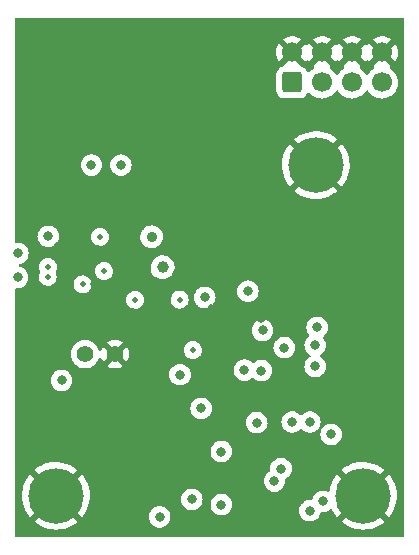
<source format=gbr>
%TF.GenerationSoftware,KiCad,Pcbnew,(6.0.4-0)*%
%TF.CreationDate,2022-03-31T17:06:01+02:00*%
%TF.ProjectId,cryosub_power_converter_top_v03,6372796f-7375-4625-9f70-6f7765725f63,rev?*%
%TF.SameCoordinates,Original*%
%TF.FileFunction,Copper,L2,Inr*%
%TF.FilePolarity,Positive*%
%FSLAX45Y45*%
G04 Gerber Fmt 4.5, Leading zero omitted, Abs format (unit mm)*
G04 Created by KiCad (PCBNEW (6.0.4-0)) date 2022-03-31 17:06:01*
%MOMM*%
%LPD*%
G01*
G04 APERTURE LIST*
G04 Aperture macros list*
%AMRoundRect*
0 Rectangle with rounded corners*
0 $1 Rounding radius*
0 $2 $3 $4 $5 $6 $7 $8 $9 X,Y pos of 4 corners*
0 Add a 4 corners polygon primitive as box body*
4,1,4,$2,$3,$4,$5,$6,$7,$8,$9,$2,$3,0*
0 Add four circle primitives for the rounded corners*
1,1,$1+$1,$2,$3*
1,1,$1+$1,$4,$5*
1,1,$1+$1,$6,$7*
1,1,$1+$1,$8,$9*
0 Add four rect primitives between the rounded corners*
20,1,$1+$1,$2,$3,$4,$5,0*
20,1,$1+$1,$4,$5,$6,$7,0*
20,1,$1+$1,$6,$7,$8,$9,0*
20,1,$1+$1,$8,$9,$2,$3,0*%
G04 Aperture macros list end*
%TA.AperFunction,ComponentPad*%
%ADD10C,1.000000*%
%TD*%
%TA.AperFunction,ComponentPad*%
%ADD11C,1.400000*%
%TD*%
%TA.AperFunction,ComponentPad*%
%ADD12C,4.700000*%
%TD*%
%TA.AperFunction,ComponentPad*%
%ADD13RoundRect,0.250000X0.600000X-0.600000X0.600000X0.600000X-0.600000X0.600000X-0.600000X-0.600000X0*%
%TD*%
%TA.AperFunction,ComponentPad*%
%ADD14C,1.700000*%
%TD*%
%TA.AperFunction,ViaPad*%
%ADD15C,0.500000*%
%TD*%
%TA.AperFunction,ViaPad*%
%ADD16C,0.800000*%
%TD*%
%TA.AperFunction,ViaPad*%
%ADD17C,0.900000*%
%TD*%
G04 APERTURE END LIST*
D10*
%TO.N,/sipm_dcdc/imon*%
%TO.C,TP1*%
X11302500Y-12165000D03*
%TD*%
D11*
%TO.N,/vcont*%
%TO.C,TP2*%
X10646000Y-12900000D03*
%TO.N,GND*%
X10900000Y-12900000D03*
%TD*%
D12*
%TO.N,GND*%
%TO.C,H1*%
X10400000Y-14100000D03*
%TD*%
%TO.N,GND*%
%TO.C,H2*%
X12600000Y-11300000D03*
%TD*%
%TO.N,GND*%
%TO.C,H3*%
X13000000Y-14100000D03*
%TD*%
D13*
%TO.N,/vcont*%
%TO.C,J1*%
X12400000Y-10600000D03*
D14*
%TO.N,GND*%
X12400000Y-10346000D03*
%TO.N,/sipm_bias*%
X12654000Y-10600000D03*
%TO.N,GND*%
X12654000Y-10346000D03*
%TO.N,/p5v_out*%
X12908000Y-10600000D03*
%TO.N,GND*%
X12908000Y-10346000D03*
%TO.N,VDC*%
X13162000Y-10600000D03*
%TO.N,GND*%
X13162000Y-10346000D03*
%TD*%
D15*
%TO.N,GND*%
X10650000Y-12057500D03*
X11817500Y-12500000D03*
X11790000Y-12745000D03*
X11737500Y-12745000D03*
X11840000Y-12745000D03*
X11820000Y-12602500D03*
X11715000Y-12700000D03*
X11852500Y-12807500D03*
D16*
X13070000Y-12950000D03*
D15*
X10610000Y-12095000D03*
D16*
X10250000Y-12950000D03*
D15*
X10540000Y-11802500D03*
D16*
X12675000Y-11625000D03*
D15*
X10612500Y-12020000D03*
X11770000Y-12602500D03*
X10687500Y-12020000D03*
D16*
X11550000Y-13580000D03*
X11520000Y-13240000D03*
X10502260Y-12210000D03*
D15*
X10687500Y-12095000D03*
X11840000Y-12552500D03*
X11717500Y-12602500D03*
D16*
X13195000Y-12505000D03*
X13220000Y-13580000D03*
X12350000Y-13330000D03*
D15*
X11790000Y-12552500D03*
X11740000Y-12652500D03*
X11737500Y-12552500D03*
D16*
X10727500Y-12307500D03*
D15*
X11765000Y-12500000D03*
D16*
X13195000Y-12405000D03*
X10950000Y-12340000D03*
X13030000Y-12640000D03*
X12595000Y-12285000D03*
X11800000Y-12940000D03*
X12135019Y-12594981D03*
D15*
X11732500Y-12812500D03*
X11842500Y-12652500D03*
X11767500Y-12700000D03*
D16*
X10946000Y-10304000D03*
X12425000Y-13052500D03*
D15*
X11792500Y-12652500D03*
D16*
X11200000Y-10310000D03*
X13125000Y-11625000D03*
D15*
X11715000Y-12500000D03*
D16*
X10175000Y-12500000D03*
X12675000Y-12405000D03*
X11890000Y-12290000D03*
D15*
X11817500Y-12700000D03*
D16*
X12595000Y-12485000D03*
D17*
X10200000Y-13800000D03*
D16*
X13095259Y-12437500D03*
D17*
X11037500Y-11742500D03*
D16*
X12100000Y-13875000D03*
X10720000Y-12437550D03*
X10700000Y-10300000D03*
X11332500Y-11842500D03*
X12925000Y-11625000D03*
D15*
X10405000Y-11975000D03*
D16*
%TO.N,Net-(C7-Pad1)*%
X11450000Y-13075000D03*
X12332500Y-12845000D03*
D15*
X11558665Y-12866335D03*
D16*
X10447500Y-13122500D03*
%TO.N,/On When Warm/VD1*%
X12400000Y-13475000D03*
%TO.N,/On When Warm/vs*%
X11800000Y-13725000D03*
X11800000Y-14175000D03*
%TO.N,/On When Warm/vg1*%
X12100000Y-13480000D03*
%TO.N,/thermistor*%
X12250000Y-13975000D03*
%TO.N,/On When Warm/vd2*%
X12305132Y-13870617D03*
%TO.N,VDC*%
X11278000Y-14278000D03*
X12595000Y-13005000D03*
X12550000Y-13475000D03*
X12550000Y-14225000D03*
X11550000Y-14130000D03*
X12730000Y-13580000D03*
X12611825Y-12674614D03*
X12660000Y-14147500D03*
X12595000Y-12825000D03*
X11630000Y-13360000D03*
D15*
%TO.N,Net-(C18-Pad1)*%
X10772413Y-11906289D03*
%TO.N,Net-(C14-Pad1)*%
X10625000Y-12310000D03*
D16*
X10335000Y-11902500D03*
D15*
X10331891Y-12161791D03*
D17*
%TO.N,Net-(C15-Pad1)*%
X11210359Y-11906185D03*
D16*
%TO.N,Net-(R11-Pad2)*%
X12150000Y-12700000D03*
%TO.N,/dc_dc/pgood*%
X11660000Y-12420000D03*
D15*
%TO.N,Net-(R14-Pad1)*%
X10807500Y-12197500D03*
%TO.N,Net-(R16-Pad2)*%
X11070000Y-12440000D03*
D16*
%TO.N,+5V*%
X12140000Y-13040000D03*
X10700000Y-11300000D03*
X10077500Y-12047500D03*
X10950000Y-11300000D03*
X10075000Y-12250000D03*
D15*
X10330000Y-12245000D03*
X11447266Y-12438091D03*
D16*
%TO.N,/dc_dc/vcc*%
X11995000Y-13035000D03*
X12025000Y-12367500D03*
%TD*%
%TA.AperFunction,Conductor*%
%TO.N,GND*%
G36*
X13343362Y-10052850D02*
G01*
X13348011Y-10058216D01*
X13349150Y-10063450D01*
X13349150Y-14436550D01*
X13347150Y-14443362D01*
X13341784Y-14448011D01*
X13336550Y-14449150D01*
X10063450Y-14449150D01*
X10056638Y-14447150D01*
X10051989Y-14441784D01*
X10050850Y-14436550D01*
X10050850Y-14319549D01*
X10217005Y-14319549D01*
X10217007Y-14319574D01*
X10217598Y-14320449D01*
X10219567Y-14322240D01*
X10220130Y-14322697D01*
X10246306Y-14341506D01*
X10246919Y-14341895D01*
X10275083Y-14357571D01*
X10275735Y-14357886D01*
X10305515Y-14370221D01*
X10306200Y-14370460D01*
X10337199Y-14379290D01*
X10337908Y-14379448D01*
X10369717Y-14384657D01*
X10370438Y-14384733D01*
X10402635Y-14386251D01*
X10403360Y-14386244D01*
X10435518Y-14384052D01*
X10436239Y-14383961D01*
X10467932Y-14378087D01*
X10468635Y-14377914D01*
X10499445Y-14368436D01*
X10500122Y-14368184D01*
X10529639Y-14355227D01*
X10530283Y-14354899D01*
X10558114Y-14338635D01*
X10558718Y-14338234D01*
X10582169Y-14320627D01*
X10583014Y-14319494D01*
X10582340Y-14318261D01*
X10401281Y-14137202D01*
X10399887Y-14136441D01*
X10399703Y-14136454D01*
X10399042Y-14136879D01*
X10217766Y-14318155D01*
X10217005Y-14319549D01*
X10050850Y-14319549D01*
X10050850Y-14091371D01*
X10113867Y-14091371D01*
X10114710Y-14123593D01*
X10114771Y-14124315D01*
X10119313Y-14156226D01*
X10119456Y-14156937D01*
X10127636Y-14188116D01*
X10127859Y-14188805D01*
X10139568Y-14218836D01*
X10139870Y-14219496D01*
X10154953Y-14247983D01*
X10155328Y-14248602D01*
X10173586Y-14275167D01*
X10174029Y-14275739D01*
X10179506Y-14282017D01*
X10180823Y-14282857D01*
X10181808Y-14282270D01*
X10362798Y-14101281D01*
X10363436Y-14100113D01*
X10436441Y-14100113D01*
X10436454Y-14100297D01*
X10436879Y-14100958D01*
X10617978Y-14282056D01*
X10619313Y-14282786D01*
X10620310Y-14282080D01*
X10623722Y-14278000D01*
X11186650Y-14278000D01*
X11186719Y-14278656D01*
X11187078Y-14282080D01*
X11188646Y-14296993D01*
X11194547Y-14315156D01*
X11194878Y-14315728D01*
X11194878Y-14315728D01*
X11197099Y-14319574D01*
X11204096Y-14331694D01*
X11216875Y-14345887D01*
X11232325Y-14357112D01*
X11232928Y-14357380D01*
X11232928Y-14357380D01*
X11234063Y-14357886D01*
X11249771Y-14364879D01*
X11259111Y-14366865D01*
X11267806Y-14368713D01*
X11267806Y-14368713D01*
X11268451Y-14368850D01*
X11287549Y-14368850D01*
X11288194Y-14368713D01*
X11288194Y-14368713D01*
X11296889Y-14366865D01*
X11306229Y-14364879D01*
X11321937Y-14357886D01*
X11323072Y-14357380D01*
X11323072Y-14357380D01*
X11323675Y-14357112D01*
X11339125Y-14345887D01*
X11351904Y-14331694D01*
X11358901Y-14319574D01*
X11358916Y-14319549D01*
X12817005Y-14319549D01*
X12817007Y-14319574D01*
X12817598Y-14320449D01*
X12819567Y-14322240D01*
X12820130Y-14322697D01*
X12846306Y-14341506D01*
X12846919Y-14341895D01*
X12875083Y-14357571D01*
X12875735Y-14357886D01*
X12905515Y-14370221D01*
X12906200Y-14370460D01*
X12937199Y-14379290D01*
X12937908Y-14379448D01*
X12969717Y-14384657D01*
X12970438Y-14384733D01*
X13002635Y-14386251D01*
X13003360Y-14386244D01*
X13035518Y-14384052D01*
X13036239Y-14383961D01*
X13067932Y-14378087D01*
X13068635Y-14377914D01*
X13099444Y-14368436D01*
X13100122Y-14368184D01*
X13129639Y-14355227D01*
X13130283Y-14354899D01*
X13158114Y-14338635D01*
X13158718Y-14338234D01*
X13182169Y-14320627D01*
X13183014Y-14319494D01*
X13182340Y-14318261D01*
X13001281Y-14137202D01*
X12999887Y-14136441D01*
X12999703Y-14136454D01*
X12999042Y-14136879D01*
X12817766Y-14318155D01*
X12817005Y-14319549D01*
X11358916Y-14319549D01*
X11361122Y-14315728D01*
X11361122Y-14315728D01*
X11361453Y-14315156D01*
X11367354Y-14296993D01*
X11368922Y-14282080D01*
X11369281Y-14278656D01*
X11369350Y-14278000D01*
X11367619Y-14261527D01*
X11367423Y-14259663D01*
X11367423Y-14259663D01*
X11367354Y-14259007D01*
X11361453Y-14240844D01*
X11360054Y-14238421D01*
X11354438Y-14228694D01*
X11351904Y-14224306D01*
X11342046Y-14213357D01*
X11339567Y-14210604D01*
X11339567Y-14210604D01*
X11339125Y-14210113D01*
X11323675Y-14198888D01*
X11323072Y-14198620D01*
X11323072Y-14198620D01*
X11306832Y-14191389D01*
X11306832Y-14191389D01*
X11306229Y-14191121D01*
X11295333Y-14188805D01*
X11288194Y-14187287D01*
X11288194Y-14187287D01*
X11287549Y-14187150D01*
X11268451Y-14187150D01*
X11267806Y-14187287D01*
X11267806Y-14187287D01*
X11260667Y-14188805D01*
X11249771Y-14191121D01*
X11249168Y-14191389D01*
X11249168Y-14191389D01*
X11232928Y-14198620D01*
X11232928Y-14198620D01*
X11232325Y-14198888D01*
X11216875Y-14210113D01*
X11216433Y-14210604D01*
X11216432Y-14210604D01*
X11213954Y-14213357D01*
X11204096Y-14224306D01*
X11201562Y-14228694D01*
X11195946Y-14238421D01*
X11194547Y-14240844D01*
X11188646Y-14259007D01*
X11188577Y-14259663D01*
X11188577Y-14259663D01*
X11188381Y-14261527D01*
X11186650Y-14278000D01*
X10623722Y-14278000D01*
X10629601Y-14270968D01*
X10630033Y-14270387D01*
X10647731Y-14243445D01*
X10648092Y-14242818D01*
X10662576Y-14214021D01*
X10662863Y-14213357D01*
X10673941Y-14183086D01*
X10674150Y-14182392D01*
X10681675Y-14151049D01*
X10681804Y-14150336D01*
X10684264Y-14130000D01*
X11458650Y-14130000D01*
X11458719Y-14130656D01*
X11459407Y-14137202D01*
X11460646Y-14148993D01*
X11466547Y-14167156D01*
X11476096Y-14183694D01*
X11476538Y-14184185D01*
X11476538Y-14184185D01*
X11479207Y-14187150D01*
X11488875Y-14197887D01*
X11504325Y-14209112D01*
X11504928Y-14209380D01*
X11504928Y-14209380D01*
X11521168Y-14216611D01*
X11521771Y-14216879D01*
X11530975Y-14218836D01*
X11539806Y-14220713D01*
X11539806Y-14220713D01*
X11540451Y-14220850D01*
X11559549Y-14220850D01*
X11560194Y-14220713D01*
X11560194Y-14220713D01*
X11569025Y-14218836D01*
X11578229Y-14216879D01*
X11578832Y-14216611D01*
X11595072Y-14209380D01*
X11595072Y-14209380D01*
X11595675Y-14209112D01*
X11611125Y-14197887D01*
X11620793Y-14187150D01*
X11623462Y-14184185D01*
X11623462Y-14184185D01*
X11623904Y-14183694D01*
X11628924Y-14175000D01*
X11708650Y-14175000D01*
X11708719Y-14175656D01*
X11709427Y-14182392D01*
X11710646Y-14193993D01*
X11716547Y-14212156D01*
X11726096Y-14228694D01*
X11726538Y-14229185D01*
X11726538Y-14229185D01*
X11736521Y-14240272D01*
X11738875Y-14242887D01*
X11754325Y-14254112D01*
X11754928Y-14254380D01*
X11754928Y-14254380D01*
X11770980Y-14261527D01*
X11771771Y-14261879D01*
X11781111Y-14263865D01*
X11789806Y-14265713D01*
X11789806Y-14265713D01*
X11790451Y-14265850D01*
X11809549Y-14265850D01*
X11810194Y-14265713D01*
X11810194Y-14265713D01*
X11818889Y-14263865D01*
X11828229Y-14261879D01*
X11829020Y-14261527D01*
X11845072Y-14254380D01*
X11845072Y-14254380D01*
X11845675Y-14254112D01*
X11861125Y-14242887D01*
X11863479Y-14240272D01*
X11873462Y-14229185D01*
X11873462Y-14229185D01*
X11873904Y-14228694D01*
X11876037Y-14225000D01*
X12458650Y-14225000D01*
X12458719Y-14225656D01*
X12460381Y-14241473D01*
X12460646Y-14243993D01*
X12466547Y-14262156D01*
X12466878Y-14262728D01*
X12466878Y-14262728D01*
X12468680Y-14265850D01*
X12476096Y-14278694D01*
X12488875Y-14292887D01*
X12504325Y-14304112D01*
X12504928Y-14304380D01*
X12504928Y-14304380D01*
X12521168Y-14311611D01*
X12521771Y-14311879D01*
X12531111Y-14313865D01*
X12539806Y-14315713D01*
X12539806Y-14315713D01*
X12540451Y-14315850D01*
X12559549Y-14315850D01*
X12560194Y-14315713D01*
X12560194Y-14315713D01*
X12568889Y-14313865D01*
X12578229Y-14311879D01*
X12578832Y-14311611D01*
X12595072Y-14304380D01*
X12595072Y-14304380D01*
X12595675Y-14304112D01*
X12611125Y-14292887D01*
X12623904Y-14278694D01*
X12631320Y-14265850D01*
X12633122Y-14262728D01*
X12633122Y-14262728D01*
X12633453Y-14262156D01*
X12638362Y-14247045D01*
X12642370Y-14241185D01*
X12648909Y-14238421D01*
X12650451Y-14238414D01*
X12650451Y-14238350D01*
X12669549Y-14238350D01*
X12670194Y-14238213D01*
X12670194Y-14238213D01*
X12679823Y-14236166D01*
X12688229Y-14234379D01*
X12688832Y-14234111D01*
X12705072Y-14226880D01*
X12705072Y-14226880D01*
X12705675Y-14226612D01*
X12707894Y-14225000D01*
X12721125Y-14215387D01*
X12721261Y-14215573D01*
X12726705Y-14212960D01*
X12733751Y-14213836D01*
X12739204Y-14218382D01*
X12739872Y-14219500D01*
X12754952Y-14247982D01*
X12755328Y-14248602D01*
X12773586Y-14275167D01*
X12774029Y-14275739D01*
X12779506Y-14282017D01*
X12780823Y-14282857D01*
X12781808Y-14282270D01*
X12962798Y-14101281D01*
X12963436Y-14100113D01*
X13036441Y-14100113D01*
X13036454Y-14100297D01*
X13036879Y-14100958D01*
X13217978Y-14282056D01*
X13219313Y-14282786D01*
X13220310Y-14282080D01*
X13229601Y-14270968D01*
X13230033Y-14270387D01*
X13247731Y-14243445D01*
X13248092Y-14242818D01*
X13262576Y-14214021D01*
X13262863Y-14213357D01*
X13273941Y-14183086D01*
X13274150Y-14182392D01*
X13281675Y-14151049D01*
X13281803Y-14150336D01*
X13285686Y-14118254D01*
X13285728Y-14117697D01*
X13286275Y-14100280D01*
X13286268Y-14099720D01*
X13284408Y-14067457D01*
X13284325Y-14066738D01*
X13278783Y-14034984D01*
X13278617Y-14034278D01*
X13269463Y-14003373D01*
X13269217Y-14002691D01*
X13256571Y-13973042D01*
X13256248Y-13972393D01*
X13240277Y-13944392D01*
X13239884Y-13943787D01*
X13220800Y-13917807D01*
X13220676Y-13917657D01*
X13219404Y-13916901D01*
X13219343Y-13916903D01*
X13218495Y-13917426D01*
X13037202Y-14098719D01*
X13036441Y-14100113D01*
X12963436Y-14100113D01*
X12963559Y-14099887D01*
X12963546Y-14099703D01*
X12963121Y-14099042D01*
X12781922Y-13917843D01*
X12780642Y-13917144D01*
X12779567Y-13917931D01*
X12765142Y-13936328D01*
X12764728Y-13936923D01*
X12747886Y-13964408D01*
X12747544Y-13965044D01*
X12733972Y-13994283D01*
X12733706Y-13994956D01*
X12723584Y-14025560D01*
X12723397Y-14026260D01*
X12717085Y-14056738D01*
X12713745Y-14063003D01*
X12707548Y-14066467D01*
X12700462Y-14066032D01*
X12699623Y-14065694D01*
X12688229Y-14060621D01*
X12678439Y-14058540D01*
X12670194Y-14056787D01*
X12670194Y-14056787D01*
X12669549Y-14056650D01*
X12650451Y-14056650D01*
X12649806Y-14056787D01*
X12649806Y-14056787D01*
X12641560Y-14058540D01*
X12631771Y-14060621D01*
X12631168Y-14060889D01*
X12631168Y-14060889D01*
X12614928Y-14068120D01*
X12614928Y-14068120D01*
X12614325Y-14068388D01*
X12598875Y-14079613D01*
X12598433Y-14080104D01*
X12598432Y-14080104D01*
X12586961Y-14092844D01*
X12586096Y-14093806D01*
X12576547Y-14110344D01*
X12573977Y-14118254D01*
X12571638Y-14125455D01*
X12567630Y-14131315D01*
X12561090Y-14134079D01*
X12559549Y-14134086D01*
X12559549Y-14134150D01*
X12540451Y-14134150D01*
X12539806Y-14134287D01*
X12539806Y-14134287D01*
X12531111Y-14136135D01*
X12521771Y-14138121D01*
X12521168Y-14138389D01*
X12521168Y-14138389D01*
X12504928Y-14145620D01*
X12504928Y-14145620D01*
X12504325Y-14145888D01*
X12503791Y-14146276D01*
X12503791Y-14146276D01*
X12500955Y-14148336D01*
X12488875Y-14157113D01*
X12488433Y-14157604D01*
X12488432Y-14157604D01*
X12480429Y-14166493D01*
X12476096Y-14171306D01*
X12473584Y-14175656D01*
X12468388Y-14184656D01*
X12466547Y-14187844D01*
X12460646Y-14206007D01*
X12460577Y-14206663D01*
X12460577Y-14206663D01*
X12459531Y-14216611D01*
X12458650Y-14225000D01*
X11876037Y-14225000D01*
X11883453Y-14212156D01*
X11889354Y-14193993D01*
X11890573Y-14182392D01*
X11891281Y-14175656D01*
X11891350Y-14175000D01*
X11889354Y-14156007D01*
X11883453Y-14137844D01*
X11881399Y-14134287D01*
X11878545Y-14129343D01*
X11873904Y-14121306D01*
X11861125Y-14107113D01*
X11851179Y-14099887D01*
X11846209Y-14096276D01*
X11846209Y-14096276D01*
X11845675Y-14095888D01*
X11845072Y-14095620D01*
X11845072Y-14095620D01*
X11828832Y-14088389D01*
X11828832Y-14088389D01*
X11828229Y-14088121D01*
X11818889Y-14086135D01*
X11810194Y-14084287D01*
X11810194Y-14084287D01*
X11809549Y-14084150D01*
X11790451Y-14084150D01*
X11789806Y-14084287D01*
X11789806Y-14084287D01*
X11781111Y-14086135D01*
X11771771Y-14088121D01*
X11771168Y-14088389D01*
X11771168Y-14088389D01*
X11754928Y-14095620D01*
X11754928Y-14095620D01*
X11754325Y-14095888D01*
X11753791Y-14096276D01*
X11753791Y-14096276D01*
X11748821Y-14099887D01*
X11738875Y-14107113D01*
X11726096Y-14121306D01*
X11721455Y-14129343D01*
X11718601Y-14134287D01*
X11716547Y-14137844D01*
X11710646Y-14156007D01*
X11708650Y-14175000D01*
X11628924Y-14175000D01*
X11633453Y-14167156D01*
X11639354Y-14148993D01*
X11640593Y-14137202D01*
X11641281Y-14130656D01*
X11641350Y-14130000D01*
X11640385Y-14120815D01*
X11639423Y-14111663D01*
X11639423Y-14111663D01*
X11639354Y-14111007D01*
X11633453Y-14092844D01*
X11623904Y-14076306D01*
X11616775Y-14068388D01*
X11611567Y-14062604D01*
X11611567Y-14062604D01*
X11611125Y-14062113D01*
X11595675Y-14050888D01*
X11595072Y-14050620D01*
X11595072Y-14050620D01*
X11578832Y-14043389D01*
X11578832Y-14043389D01*
X11578229Y-14043121D01*
X11568889Y-14041135D01*
X11560194Y-14039287D01*
X11560194Y-14039287D01*
X11559549Y-14039150D01*
X11540451Y-14039150D01*
X11539806Y-14039287D01*
X11539806Y-14039287D01*
X11531111Y-14041135D01*
X11521771Y-14043121D01*
X11521168Y-14043389D01*
X11521168Y-14043389D01*
X11504928Y-14050620D01*
X11504928Y-14050620D01*
X11504325Y-14050888D01*
X11488875Y-14062113D01*
X11488433Y-14062604D01*
X11488432Y-14062604D01*
X11483225Y-14068388D01*
X11476096Y-14076306D01*
X11466547Y-14092844D01*
X11460646Y-14111007D01*
X11460577Y-14111663D01*
X11460577Y-14111663D01*
X11459615Y-14120815D01*
X11458650Y-14130000D01*
X10684264Y-14130000D01*
X10685686Y-14118254D01*
X10685728Y-14117697D01*
X10686276Y-14100280D01*
X10686268Y-14099720D01*
X10684408Y-14067457D01*
X10684325Y-14066738D01*
X10678783Y-14034984D01*
X10678617Y-14034278D01*
X10669463Y-14003373D01*
X10669217Y-14002691D01*
X10657406Y-13975000D01*
X12158650Y-13975000D01*
X12160646Y-13993993D01*
X12166547Y-14012156D01*
X12176096Y-14028694D01*
X12176538Y-14029185D01*
X12176538Y-14029185D01*
X12185634Y-14039287D01*
X12188875Y-14042887D01*
X12204325Y-14054112D01*
X12204928Y-14054380D01*
X12204928Y-14054380D01*
X12219547Y-14060889D01*
X12221771Y-14061879D01*
X12229612Y-14063546D01*
X12239806Y-14065713D01*
X12239806Y-14065713D01*
X12240451Y-14065850D01*
X12259549Y-14065850D01*
X12260194Y-14065713D01*
X12260194Y-14065713D01*
X12270388Y-14063546D01*
X12278229Y-14061879D01*
X12280453Y-14060889D01*
X12295072Y-14054380D01*
X12295072Y-14054380D01*
X12295675Y-14054112D01*
X12311125Y-14042887D01*
X12314366Y-14039287D01*
X12323462Y-14029185D01*
X12323462Y-14029185D01*
X12323904Y-14028694D01*
X12333453Y-14012156D01*
X12339354Y-13993993D01*
X12341350Y-13975000D01*
X12340193Y-13963985D01*
X12341470Y-13957002D01*
X12346320Y-13951817D01*
X12347599Y-13951158D01*
X12350203Y-13949998D01*
X12350204Y-13949998D01*
X12350807Y-13949729D01*
X12366257Y-13938504D01*
X12379036Y-13924312D01*
X12388584Y-13907773D01*
X12394486Y-13889610D01*
X12395325Y-13881632D01*
X12395414Y-13880776D01*
X12817185Y-13880776D01*
X12817824Y-13881903D01*
X12998719Y-14062798D01*
X13000113Y-14063559D01*
X13000297Y-14063546D01*
X13000958Y-14063121D01*
X13182067Y-13882011D01*
X13182807Y-13880658D01*
X13182128Y-13879687D01*
X13173364Y-13872202D01*
X13172785Y-13871763D01*
X13146031Y-13853785D01*
X13145409Y-13853417D01*
X13116764Y-13838632D01*
X13116103Y-13838338D01*
X13085951Y-13826944D01*
X13085258Y-13826727D01*
X13053996Y-13818875D01*
X13053285Y-13818739D01*
X13021327Y-13814532D01*
X13020603Y-13814479D01*
X12988376Y-13813972D01*
X12987650Y-13814003D01*
X12955576Y-13817204D01*
X12954861Y-13817317D01*
X12923367Y-13824184D01*
X12922669Y-13824379D01*
X12892173Y-13834820D01*
X12891503Y-13835094D01*
X12862409Y-13848971D01*
X12861773Y-13849320D01*
X12834469Y-13866448D01*
X12833877Y-13866869D01*
X12818032Y-13879564D01*
X12817185Y-13880776D01*
X12395414Y-13880776D01*
X12396413Y-13871274D01*
X12396413Y-13871274D01*
X12396482Y-13870617D01*
X12394486Y-13851625D01*
X12388584Y-13833462D01*
X12379036Y-13816923D01*
X12377946Y-13815713D01*
X12366699Y-13803222D01*
X12366699Y-13803222D01*
X12366257Y-13802731D01*
X12353242Y-13793275D01*
X12351341Y-13791894D01*
X12351341Y-13791894D01*
X12350807Y-13791506D01*
X12350204Y-13791237D01*
X12350204Y-13791237D01*
X12333964Y-13784007D01*
X12333964Y-13784007D01*
X12333361Y-13783738D01*
X12324021Y-13781753D01*
X12315326Y-13779905D01*
X12315326Y-13779905D01*
X12314680Y-13779767D01*
X12295583Y-13779767D01*
X12294938Y-13779905D01*
X12294937Y-13779905D01*
X12286243Y-13781753D01*
X12276903Y-13783738D01*
X12276300Y-13784007D01*
X12276300Y-13784007D01*
X12260060Y-13791237D01*
X12260059Y-13791237D01*
X12259457Y-13791506D01*
X12258922Y-13791894D01*
X12258922Y-13791894D01*
X12257021Y-13793275D01*
X12244006Y-13802731D01*
X12243564Y-13803222D01*
X12243564Y-13803222D01*
X12232318Y-13815713D01*
X12231228Y-13816923D01*
X12221679Y-13833462D01*
X12215778Y-13851625D01*
X12213781Y-13870617D01*
X12214849Y-13880776D01*
X12214939Y-13881632D01*
X12213662Y-13888616D01*
X12208812Y-13893800D01*
X12207533Y-13894460D01*
X12204929Y-13895619D01*
X12204928Y-13895620D01*
X12204325Y-13895888D01*
X12188875Y-13907113D01*
X12176096Y-13921306D01*
X12166547Y-13937844D01*
X12160646Y-13956007D01*
X12160577Y-13956663D01*
X12160577Y-13956663D01*
X12159763Y-13964408D01*
X12158650Y-13975000D01*
X10657406Y-13975000D01*
X10656571Y-13973042D01*
X10656249Y-13972393D01*
X10640277Y-13944392D01*
X10639884Y-13943787D01*
X10620800Y-13917807D01*
X10620676Y-13917657D01*
X10619404Y-13916901D01*
X10619343Y-13916903D01*
X10618495Y-13917426D01*
X10437202Y-14098719D01*
X10436441Y-14100113D01*
X10363436Y-14100113D01*
X10363559Y-14099887D01*
X10363546Y-14099703D01*
X10363121Y-14099042D01*
X10181922Y-13917843D01*
X10180643Y-13917144D01*
X10179567Y-13917931D01*
X10165142Y-13936328D01*
X10164728Y-13936923D01*
X10147886Y-13964408D01*
X10147545Y-13965044D01*
X10133972Y-13994283D01*
X10133706Y-13994956D01*
X10123585Y-14025560D01*
X10123397Y-14026260D01*
X10116860Y-14057824D01*
X10116755Y-14058540D01*
X10113889Y-14090645D01*
X10113867Y-14091371D01*
X10050850Y-14091371D01*
X10050850Y-13880776D01*
X10217185Y-13880776D01*
X10217824Y-13881903D01*
X10398719Y-14062798D01*
X10400113Y-14063559D01*
X10400297Y-14063546D01*
X10400958Y-14063121D01*
X10582068Y-13882011D01*
X10582807Y-13880658D01*
X10582128Y-13879687D01*
X10573364Y-13872202D01*
X10572785Y-13871763D01*
X10546031Y-13853785D01*
X10545409Y-13853417D01*
X10516764Y-13838632D01*
X10516103Y-13838338D01*
X10485951Y-13826944D01*
X10485258Y-13826727D01*
X10453996Y-13818875D01*
X10453285Y-13818739D01*
X10421327Y-13814532D01*
X10420603Y-13814479D01*
X10388376Y-13813972D01*
X10387650Y-13814003D01*
X10355576Y-13817204D01*
X10354861Y-13817317D01*
X10323367Y-13824184D01*
X10322669Y-13824379D01*
X10292173Y-13834820D01*
X10291503Y-13835094D01*
X10262409Y-13848971D01*
X10261774Y-13849320D01*
X10234469Y-13866448D01*
X10233877Y-13866869D01*
X10218032Y-13879564D01*
X10217185Y-13880776D01*
X10050850Y-13880776D01*
X10050850Y-13725000D01*
X11708650Y-13725000D01*
X11710646Y-13743993D01*
X11716547Y-13762156D01*
X11726096Y-13778694D01*
X11726538Y-13779185D01*
X11726538Y-13779185D01*
X11730879Y-13784007D01*
X11738875Y-13792887D01*
X11748784Y-13800086D01*
X11752424Y-13802731D01*
X11754325Y-13804112D01*
X11754928Y-13804380D01*
X11754928Y-13804380D01*
X11771168Y-13811611D01*
X11771771Y-13811879D01*
X11781111Y-13813865D01*
X11789806Y-13815713D01*
X11789806Y-13815713D01*
X11790451Y-13815850D01*
X11809549Y-13815850D01*
X11810194Y-13815713D01*
X11810194Y-13815713D01*
X11818889Y-13813865D01*
X11828229Y-13811879D01*
X11828832Y-13811611D01*
X11845072Y-13804380D01*
X11845072Y-13804380D01*
X11845675Y-13804112D01*
X11847576Y-13802731D01*
X11851216Y-13800086D01*
X11861125Y-13792887D01*
X11869121Y-13784007D01*
X11873462Y-13779185D01*
X11873462Y-13779185D01*
X11873904Y-13778694D01*
X11883453Y-13762156D01*
X11889354Y-13743993D01*
X11891350Y-13725000D01*
X11889354Y-13706007D01*
X11883453Y-13687844D01*
X11873904Y-13671306D01*
X11873370Y-13670713D01*
X11861567Y-13657604D01*
X11861567Y-13657604D01*
X11861125Y-13657113D01*
X11845675Y-13645888D01*
X11845072Y-13645620D01*
X11845072Y-13645620D01*
X11828832Y-13638389D01*
X11828832Y-13638389D01*
X11828229Y-13638121D01*
X11818889Y-13636135D01*
X11810194Y-13634287D01*
X11810194Y-13634287D01*
X11809549Y-13634150D01*
X11790451Y-13634150D01*
X11789806Y-13634287D01*
X11789806Y-13634287D01*
X11781111Y-13636135D01*
X11771771Y-13638121D01*
X11771168Y-13638389D01*
X11771168Y-13638389D01*
X11754928Y-13645620D01*
X11754928Y-13645620D01*
X11754325Y-13645888D01*
X11738875Y-13657113D01*
X11738433Y-13657604D01*
X11738432Y-13657604D01*
X11726630Y-13670713D01*
X11726096Y-13671306D01*
X11716547Y-13687844D01*
X11710646Y-13706007D01*
X11708650Y-13725000D01*
X10050850Y-13725000D01*
X10050850Y-13580000D01*
X12638650Y-13580000D01*
X12640646Y-13598993D01*
X12646547Y-13617156D01*
X12656096Y-13633694D01*
X12656538Y-13634185D01*
X12656538Y-13634185D01*
X12660323Y-13638389D01*
X12668875Y-13647887D01*
X12684325Y-13659112D01*
X12684928Y-13659380D01*
X12684928Y-13659380D01*
X12701168Y-13666611D01*
X12701771Y-13666879D01*
X12711111Y-13668865D01*
X12719806Y-13670713D01*
X12719806Y-13670713D01*
X12720451Y-13670850D01*
X12739549Y-13670850D01*
X12740194Y-13670713D01*
X12740194Y-13670713D01*
X12748889Y-13668865D01*
X12758229Y-13666879D01*
X12758832Y-13666611D01*
X12775072Y-13659380D01*
X12775072Y-13659380D01*
X12775675Y-13659112D01*
X12791125Y-13647887D01*
X12799677Y-13638389D01*
X12803462Y-13634185D01*
X12803462Y-13634185D01*
X12803904Y-13633694D01*
X12813453Y-13617156D01*
X12819354Y-13598993D01*
X12821350Y-13580000D01*
X12819354Y-13561007D01*
X12813453Y-13542844D01*
X12803904Y-13526306D01*
X12791125Y-13512113D01*
X12775675Y-13500888D01*
X12775072Y-13500620D01*
X12775072Y-13500620D01*
X12758832Y-13493389D01*
X12758832Y-13493389D01*
X12758229Y-13493121D01*
X12748889Y-13491135D01*
X12740194Y-13489287D01*
X12740194Y-13489287D01*
X12739549Y-13489150D01*
X12720451Y-13489150D01*
X12719806Y-13489287D01*
X12719806Y-13489287D01*
X12711111Y-13491135D01*
X12701771Y-13493121D01*
X12701168Y-13493389D01*
X12701168Y-13493389D01*
X12684928Y-13500620D01*
X12684928Y-13500620D01*
X12684325Y-13500888D01*
X12668875Y-13512113D01*
X12656096Y-13526306D01*
X12646547Y-13542844D01*
X12640646Y-13561007D01*
X12638650Y-13580000D01*
X10050850Y-13580000D01*
X10050850Y-13480000D01*
X12008650Y-13480000D01*
X12010646Y-13498993D01*
X12016547Y-13517156D01*
X12026096Y-13533694D01*
X12038875Y-13547887D01*
X12054325Y-13559112D01*
X12054928Y-13559380D01*
X12054928Y-13559380D01*
X12069459Y-13565850D01*
X12071771Y-13566879D01*
X12081111Y-13568865D01*
X12089806Y-13570713D01*
X12089806Y-13570713D01*
X12090451Y-13570850D01*
X12109549Y-13570850D01*
X12110194Y-13570713D01*
X12110194Y-13570713D01*
X12118889Y-13568865D01*
X12128229Y-13566879D01*
X12130541Y-13565850D01*
X12145072Y-13559380D01*
X12145072Y-13559380D01*
X12145675Y-13559112D01*
X12161125Y-13547887D01*
X12173904Y-13533694D01*
X12183453Y-13517156D01*
X12189354Y-13498993D01*
X12191350Y-13480000D01*
X12190825Y-13475000D01*
X12308650Y-13475000D01*
X12310646Y-13493993D01*
X12316547Y-13512156D01*
X12326096Y-13528694D01*
X12326538Y-13529185D01*
X12326538Y-13529185D01*
X12330598Y-13533694D01*
X12338875Y-13542887D01*
X12354325Y-13554112D01*
X12354928Y-13554380D01*
X12354928Y-13554380D01*
X12364683Y-13558724D01*
X12371771Y-13561879D01*
X12381111Y-13563865D01*
X12389806Y-13565713D01*
X12389806Y-13565713D01*
X12390451Y-13565850D01*
X12409549Y-13565850D01*
X12410194Y-13565713D01*
X12410194Y-13565713D01*
X12418889Y-13563865D01*
X12428229Y-13561879D01*
X12435317Y-13558724D01*
X12445072Y-13554380D01*
X12445072Y-13554380D01*
X12445675Y-13554112D01*
X12461125Y-13542887D01*
X12465636Y-13537876D01*
X12471681Y-13534152D01*
X12478779Y-13534288D01*
X12484364Y-13537876D01*
X12488875Y-13542887D01*
X12504325Y-13554112D01*
X12504928Y-13554380D01*
X12504928Y-13554380D01*
X12514683Y-13558724D01*
X12521771Y-13561879D01*
X12531111Y-13563865D01*
X12539806Y-13565713D01*
X12539806Y-13565713D01*
X12540451Y-13565850D01*
X12559549Y-13565850D01*
X12560194Y-13565713D01*
X12560194Y-13565713D01*
X12568889Y-13563865D01*
X12578229Y-13561879D01*
X12585317Y-13558724D01*
X12595072Y-13554380D01*
X12595072Y-13554380D01*
X12595675Y-13554112D01*
X12611125Y-13542887D01*
X12619402Y-13533694D01*
X12623462Y-13529185D01*
X12623462Y-13529185D01*
X12623904Y-13528694D01*
X12633453Y-13512156D01*
X12639354Y-13493993D01*
X12641350Y-13475000D01*
X12639354Y-13456007D01*
X12633453Y-13437844D01*
X12623904Y-13421306D01*
X12611125Y-13407113D01*
X12595675Y-13395888D01*
X12595072Y-13395620D01*
X12595072Y-13395620D01*
X12578832Y-13388389D01*
X12578832Y-13388389D01*
X12578229Y-13388121D01*
X12568889Y-13386135D01*
X12560194Y-13384287D01*
X12560194Y-13384287D01*
X12559549Y-13384150D01*
X12540451Y-13384150D01*
X12539806Y-13384287D01*
X12539806Y-13384287D01*
X12531111Y-13386135D01*
X12521771Y-13388121D01*
X12521168Y-13388389D01*
X12521168Y-13388389D01*
X12504928Y-13395620D01*
X12504928Y-13395620D01*
X12504325Y-13395888D01*
X12488875Y-13407113D01*
X12488433Y-13407604D01*
X12488432Y-13407604D01*
X12484364Y-13412123D01*
X12478319Y-13415847D01*
X12471221Y-13415712D01*
X12465636Y-13412123D01*
X12461567Y-13407604D01*
X12461567Y-13407604D01*
X12461125Y-13407113D01*
X12445675Y-13395888D01*
X12445072Y-13395620D01*
X12445072Y-13395620D01*
X12428832Y-13388389D01*
X12428832Y-13388389D01*
X12428229Y-13388121D01*
X12418889Y-13386135D01*
X12410194Y-13384287D01*
X12410194Y-13384287D01*
X12409549Y-13384150D01*
X12390451Y-13384150D01*
X12389806Y-13384287D01*
X12389806Y-13384287D01*
X12381111Y-13386135D01*
X12371771Y-13388121D01*
X12371168Y-13388389D01*
X12371168Y-13388389D01*
X12354928Y-13395620D01*
X12354928Y-13395620D01*
X12354325Y-13395888D01*
X12338875Y-13407113D01*
X12326096Y-13421306D01*
X12316547Y-13437844D01*
X12310646Y-13456007D01*
X12308650Y-13475000D01*
X12190825Y-13475000D01*
X12189354Y-13461007D01*
X12183453Y-13442844D01*
X12173904Y-13426306D01*
X12169917Y-13421877D01*
X12161567Y-13412604D01*
X12161567Y-13412604D01*
X12161125Y-13412113D01*
X12145675Y-13400888D01*
X12145072Y-13400620D01*
X12145072Y-13400620D01*
X12128832Y-13393389D01*
X12128832Y-13393389D01*
X12128229Y-13393121D01*
X12118889Y-13391135D01*
X12110194Y-13389287D01*
X12110194Y-13389287D01*
X12109549Y-13389150D01*
X12090451Y-13389150D01*
X12089806Y-13389287D01*
X12089806Y-13389287D01*
X12081111Y-13391135D01*
X12071771Y-13393121D01*
X12071168Y-13393389D01*
X12071168Y-13393389D01*
X12054928Y-13400620D01*
X12054928Y-13400620D01*
X12054325Y-13400888D01*
X12038875Y-13412113D01*
X12038433Y-13412604D01*
X12038432Y-13412604D01*
X12030083Y-13421877D01*
X12026096Y-13426306D01*
X12016547Y-13442844D01*
X12010646Y-13461007D01*
X12008650Y-13480000D01*
X10050850Y-13480000D01*
X10050850Y-13360000D01*
X11538650Y-13360000D01*
X11540646Y-13378993D01*
X11546547Y-13397156D01*
X11556096Y-13413694D01*
X11556538Y-13414185D01*
X11556538Y-13414185D01*
X11562507Y-13420815D01*
X11568875Y-13427887D01*
X11584325Y-13439112D01*
X11584928Y-13439380D01*
X11584928Y-13439380D01*
X11594120Y-13443473D01*
X11601771Y-13446879D01*
X11611111Y-13448865D01*
X11619806Y-13450713D01*
X11619806Y-13450713D01*
X11620451Y-13450850D01*
X11639549Y-13450850D01*
X11640194Y-13450713D01*
X11640194Y-13450713D01*
X11648889Y-13448865D01*
X11658229Y-13446879D01*
X11665880Y-13443473D01*
X11675072Y-13439380D01*
X11675072Y-13439380D01*
X11675675Y-13439112D01*
X11691125Y-13427887D01*
X11697493Y-13420815D01*
X11703462Y-13414185D01*
X11703462Y-13414185D01*
X11703904Y-13413694D01*
X11713453Y-13397156D01*
X11719354Y-13378993D01*
X11721350Y-13360000D01*
X11719354Y-13341007D01*
X11713453Y-13322844D01*
X11703904Y-13306306D01*
X11691125Y-13292113D01*
X11675675Y-13280888D01*
X11675072Y-13280620D01*
X11675072Y-13280620D01*
X11658832Y-13273389D01*
X11658832Y-13273389D01*
X11658229Y-13273121D01*
X11648889Y-13271135D01*
X11640194Y-13269287D01*
X11640194Y-13269287D01*
X11639549Y-13269150D01*
X11620451Y-13269150D01*
X11619806Y-13269287D01*
X11619806Y-13269287D01*
X11611111Y-13271135D01*
X11601771Y-13273121D01*
X11601168Y-13273389D01*
X11601168Y-13273389D01*
X11584928Y-13280620D01*
X11584928Y-13280620D01*
X11584325Y-13280888D01*
X11568875Y-13292113D01*
X11556096Y-13306306D01*
X11546547Y-13322844D01*
X11540646Y-13341007D01*
X11538650Y-13360000D01*
X10050850Y-13360000D01*
X10050850Y-13122500D01*
X10356150Y-13122500D01*
X10356219Y-13123156D01*
X10356741Y-13128123D01*
X10358146Y-13141493D01*
X10364047Y-13159656D01*
X10373596Y-13176194D01*
X10386375Y-13190387D01*
X10401825Y-13201612D01*
X10402428Y-13201880D01*
X10402428Y-13201880D01*
X10418668Y-13209111D01*
X10419271Y-13209379D01*
X10428611Y-13211365D01*
X10437306Y-13213213D01*
X10437306Y-13213213D01*
X10437951Y-13213350D01*
X10457049Y-13213350D01*
X10457694Y-13213213D01*
X10457694Y-13213213D01*
X10466389Y-13211365D01*
X10475729Y-13209379D01*
X10476332Y-13209111D01*
X10492572Y-13201880D01*
X10492572Y-13201880D01*
X10493175Y-13201612D01*
X10508625Y-13190387D01*
X10521404Y-13176194D01*
X10530953Y-13159656D01*
X10536854Y-13141493D01*
X10538260Y-13128123D01*
X10538781Y-13123156D01*
X10538850Y-13122500D01*
X10536854Y-13103507D01*
X10530953Y-13085344D01*
X10524980Y-13075000D01*
X11358650Y-13075000D01*
X11358719Y-13075656D01*
X11360494Y-13092548D01*
X11360646Y-13093993D01*
X11366547Y-13112156D01*
X11376096Y-13128694D01*
X11388875Y-13142887D01*
X11404325Y-13154112D01*
X11404928Y-13154380D01*
X11404928Y-13154380D01*
X11421168Y-13161611D01*
X11421771Y-13161879D01*
X11431111Y-13163865D01*
X11439806Y-13165713D01*
X11439806Y-13165713D01*
X11440451Y-13165850D01*
X11459549Y-13165850D01*
X11460194Y-13165713D01*
X11460194Y-13165713D01*
X11468889Y-13163865D01*
X11478229Y-13161879D01*
X11478832Y-13161611D01*
X11495072Y-13154380D01*
X11495072Y-13154380D01*
X11495675Y-13154112D01*
X11511125Y-13142887D01*
X11523904Y-13128694D01*
X11533453Y-13112156D01*
X11539354Y-13093993D01*
X11539506Y-13092548D01*
X11541281Y-13075656D01*
X11541350Y-13075000D01*
X11540985Y-13071527D01*
X11539423Y-13056663D01*
X11539423Y-13056663D01*
X11539354Y-13056007D01*
X11533453Y-13037844D01*
X11531810Y-13035000D01*
X11903650Y-13035000D01*
X11905646Y-13053993D01*
X11911547Y-13072156D01*
X11921096Y-13088694D01*
X11921538Y-13089185D01*
X11921538Y-13089185D01*
X11931273Y-13099997D01*
X11933875Y-13102887D01*
X11949325Y-13114112D01*
X11949928Y-13114380D01*
X11949928Y-13114380D01*
X11959683Y-13118724D01*
X11966771Y-13121879D01*
X11976111Y-13123865D01*
X11984806Y-13125713D01*
X11984806Y-13125713D01*
X11985451Y-13125850D01*
X12004549Y-13125850D01*
X12005194Y-13125713D01*
X12005194Y-13125713D01*
X12013889Y-13123865D01*
X12023229Y-13121879D01*
X12030317Y-13118724D01*
X12040072Y-13114380D01*
X12040072Y-13114380D01*
X12040675Y-13114112D01*
X12043368Y-13112156D01*
X12055591Y-13103275D01*
X12055591Y-13103275D01*
X12056125Y-13102887D01*
X12056567Y-13102396D01*
X12056793Y-13102192D01*
X12063194Y-13099121D01*
X12070239Y-13099997D01*
X12074587Y-13103125D01*
X12078875Y-13107887D01*
X12094325Y-13119112D01*
X12094928Y-13119380D01*
X12094928Y-13119380D01*
X12109459Y-13125850D01*
X12111771Y-13126879D01*
X12120310Y-13128694D01*
X12129806Y-13130713D01*
X12129806Y-13130713D01*
X12130451Y-13130850D01*
X12149549Y-13130850D01*
X12150194Y-13130713D01*
X12150194Y-13130713D01*
X12159690Y-13128694D01*
X12168229Y-13126879D01*
X12170541Y-13125850D01*
X12185072Y-13119380D01*
X12185072Y-13119380D01*
X12185675Y-13119112D01*
X12201125Y-13107887D01*
X12206252Y-13102192D01*
X12213462Y-13094185D01*
X12213462Y-13094185D01*
X12213904Y-13093694D01*
X12223453Y-13077156D01*
X12229354Y-13058993D01*
X12231350Y-13040000D01*
X12229354Y-13021007D01*
X12224153Y-13005000D01*
X12503650Y-13005000D01*
X12503719Y-13005656D01*
X12505423Y-13021877D01*
X12505646Y-13023993D01*
X12511547Y-13042156D01*
X12521096Y-13058694D01*
X12521538Y-13059185D01*
X12521538Y-13059185D01*
X12530715Y-13069377D01*
X12533875Y-13072887D01*
X12549325Y-13084112D01*
X12549928Y-13084380D01*
X12549928Y-13084380D01*
X12553505Y-13085973D01*
X12566771Y-13091879D01*
X12573626Y-13093336D01*
X12584806Y-13095713D01*
X12584806Y-13095713D01*
X12585451Y-13095850D01*
X12604549Y-13095850D01*
X12605194Y-13095713D01*
X12605194Y-13095713D01*
X12616374Y-13093336D01*
X12623229Y-13091879D01*
X12636495Y-13085973D01*
X12640072Y-13084380D01*
X12640072Y-13084380D01*
X12640675Y-13084112D01*
X12656125Y-13072887D01*
X12659285Y-13069377D01*
X12668462Y-13059185D01*
X12668462Y-13059185D01*
X12668904Y-13058694D01*
X12678453Y-13042156D01*
X12684354Y-13023993D01*
X12684577Y-13021877D01*
X12686281Y-13005656D01*
X12686350Y-13005000D01*
X12685041Y-12992541D01*
X12684423Y-12986663D01*
X12684423Y-12986663D01*
X12684354Y-12986007D01*
X12678453Y-12967844D01*
X12668904Y-12951306D01*
X12659166Y-12940491D01*
X12656567Y-12937604D01*
X12656567Y-12937604D01*
X12656125Y-12937113D01*
X12642390Y-12927134D01*
X12641209Y-12926276D01*
X12641209Y-12926276D01*
X12640675Y-12925888D01*
X12640467Y-12925796D01*
X12635679Y-12920773D01*
X12634335Y-12913802D01*
X12636974Y-12907211D01*
X12640419Y-12904226D01*
X12640675Y-12904112D01*
X12656125Y-12892887D01*
X12656567Y-12892395D01*
X12668462Y-12879185D01*
X12668462Y-12879185D01*
X12668904Y-12878694D01*
X12675037Y-12868071D01*
X12678122Y-12862728D01*
X12678122Y-12862728D01*
X12678453Y-12862156D01*
X12684354Y-12843993D01*
X12686350Y-12825000D01*
X12684547Y-12807844D01*
X12684423Y-12806663D01*
X12684423Y-12806663D01*
X12684354Y-12806007D01*
X12678453Y-12787844D01*
X12677741Y-12786611D01*
X12673194Y-12778736D01*
X12668904Y-12771306D01*
X12664189Y-12766069D01*
X12661117Y-12759668D01*
X12661994Y-12752623D01*
X12666147Y-12747445D01*
X12670583Y-12744222D01*
X12672951Y-12742501D01*
X12685729Y-12728309D01*
X12695278Y-12711770D01*
X12701180Y-12693607D01*
X12703176Y-12674614D01*
X12701180Y-12655622D01*
X12695278Y-12637459D01*
X12685729Y-12620920D01*
X12672951Y-12606728D01*
X12657501Y-12595503D01*
X12656898Y-12595234D01*
X12656898Y-12595234D01*
X12640657Y-12588004D01*
X12640657Y-12588004D01*
X12640054Y-12587735D01*
X12630714Y-12585750D01*
X12622020Y-12583902D01*
X12622019Y-12583902D01*
X12621374Y-12583764D01*
X12602277Y-12583764D01*
X12601631Y-12583902D01*
X12601631Y-12583902D01*
X12592937Y-12585750D01*
X12583597Y-12587735D01*
X12582994Y-12588004D01*
X12582993Y-12588004D01*
X12566753Y-12595234D01*
X12566753Y-12595234D01*
X12566150Y-12595503D01*
X12550700Y-12606728D01*
X12537921Y-12620920D01*
X12528373Y-12637459D01*
X12522471Y-12655622D01*
X12520475Y-12674614D01*
X12522471Y-12693607D01*
X12528373Y-12711770D01*
X12537921Y-12728309D01*
X12542636Y-12733545D01*
X12545708Y-12739946D01*
X12544832Y-12746991D01*
X12540679Y-12752170D01*
X12533875Y-12757113D01*
X12533433Y-12757604D01*
X12533432Y-12757604D01*
X12523825Y-12768275D01*
X12521096Y-12771306D01*
X12516806Y-12778736D01*
X12512259Y-12786611D01*
X12511547Y-12787844D01*
X12505646Y-12806007D01*
X12505577Y-12806663D01*
X12505577Y-12806663D01*
X12505453Y-12807844D01*
X12503650Y-12825000D01*
X12505646Y-12843993D01*
X12511547Y-12862156D01*
X12511878Y-12862728D01*
X12511878Y-12862728D01*
X12514963Y-12868071D01*
X12521096Y-12878694D01*
X12521538Y-12879185D01*
X12521538Y-12879185D01*
X12533432Y-12892395D01*
X12533875Y-12892887D01*
X12549325Y-12904112D01*
X12549533Y-12904204D01*
X12554321Y-12909227D01*
X12555665Y-12916198D01*
X12553026Y-12922789D01*
X12549580Y-12925774D01*
X12549325Y-12925888D01*
X12548791Y-12926276D01*
X12548791Y-12926276D01*
X12547610Y-12927134D01*
X12533875Y-12937113D01*
X12533433Y-12937604D01*
X12533432Y-12937604D01*
X12530834Y-12940491D01*
X12521096Y-12951306D01*
X12511547Y-12967844D01*
X12505646Y-12986007D01*
X12505577Y-12986663D01*
X12505577Y-12986663D01*
X12504959Y-12992541D01*
X12503650Y-13005000D01*
X12224153Y-13005000D01*
X12223453Y-13002844D01*
X12222689Y-13001521D01*
X12214234Y-12986877D01*
X12213904Y-12986306D01*
X12213070Y-12985379D01*
X12201567Y-12972604D01*
X12201567Y-12972604D01*
X12201125Y-12972113D01*
X12185675Y-12960888D01*
X12185072Y-12960620D01*
X12185072Y-12960620D01*
X12168832Y-12953389D01*
X12168832Y-12953389D01*
X12168229Y-12953121D01*
X12158889Y-12951135D01*
X12150194Y-12949287D01*
X12150194Y-12949287D01*
X12149549Y-12949150D01*
X12130451Y-12949150D01*
X12129806Y-12949287D01*
X12129806Y-12949287D01*
X12121111Y-12951135D01*
X12111771Y-12953121D01*
X12111168Y-12953389D01*
X12111168Y-12953389D01*
X12094928Y-12960620D01*
X12094928Y-12960620D01*
X12094325Y-12960888D01*
X12093791Y-12961276D01*
X12093791Y-12961276D01*
X12084750Y-12967844D01*
X12078875Y-12972113D01*
X12078433Y-12972604D01*
X12078207Y-12972807D01*
X12071806Y-12975879D01*
X12064761Y-12975003D01*
X12060413Y-12971875D01*
X12056125Y-12967113D01*
X12040675Y-12955888D01*
X12040072Y-12955620D01*
X12040072Y-12955620D01*
X12023832Y-12948389D01*
X12023832Y-12948389D01*
X12023229Y-12948121D01*
X12013889Y-12946135D01*
X12005194Y-12944287D01*
X12005194Y-12944287D01*
X12004549Y-12944150D01*
X11985451Y-12944150D01*
X11984806Y-12944287D01*
X11984806Y-12944287D01*
X11976111Y-12946135D01*
X11966771Y-12948121D01*
X11966168Y-12948389D01*
X11966168Y-12948389D01*
X11949928Y-12955620D01*
X11949928Y-12955620D01*
X11949325Y-12955888D01*
X11933875Y-12967113D01*
X11933433Y-12967604D01*
X11933432Y-12967604D01*
X11926771Y-12975003D01*
X11921096Y-12981306D01*
X11911547Y-12997844D01*
X11905646Y-13016007D01*
X11905577Y-13016663D01*
X11905577Y-13016663D01*
X11905186Y-13020379D01*
X11903650Y-13035000D01*
X11531810Y-13035000D01*
X11523904Y-13021306D01*
X11523070Y-13020379D01*
X11511567Y-13007604D01*
X11511567Y-13007604D01*
X11511125Y-13007113D01*
X11495675Y-12995888D01*
X11495072Y-12995620D01*
X11495072Y-12995620D01*
X11478832Y-12988389D01*
X11478832Y-12988389D01*
X11478229Y-12988121D01*
X11468286Y-12986007D01*
X11460194Y-12984287D01*
X11460194Y-12984287D01*
X11459549Y-12984150D01*
X11440451Y-12984150D01*
X11439806Y-12984287D01*
X11439806Y-12984287D01*
X11431714Y-12986007D01*
X11421771Y-12988121D01*
X11421168Y-12988389D01*
X11421168Y-12988389D01*
X11404928Y-12995620D01*
X11404928Y-12995620D01*
X11404325Y-12995888D01*
X11388875Y-13007113D01*
X11388433Y-13007604D01*
X11388432Y-13007604D01*
X11376930Y-13020379D01*
X11376096Y-13021306D01*
X11366547Y-13037844D01*
X11360646Y-13056007D01*
X11360577Y-13056663D01*
X11360577Y-13056663D01*
X11359015Y-13071527D01*
X11358650Y-13075000D01*
X10524980Y-13075000D01*
X10521404Y-13068806D01*
X10512300Y-13058694D01*
X10509068Y-13055104D01*
X10509067Y-13055104D01*
X10508625Y-13054613D01*
X10493175Y-13043388D01*
X10492572Y-13043120D01*
X10492572Y-13043120D01*
X10476332Y-13035889D01*
X10476332Y-13035889D01*
X10475729Y-13035621D01*
X10466389Y-13033635D01*
X10457694Y-13031787D01*
X10457694Y-13031787D01*
X10457049Y-13031650D01*
X10437951Y-13031650D01*
X10437306Y-13031787D01*
X10437306Y-13031787D01*
X10428611Y-13033635D01*
X10419271Y-13035621D01*
X10418668Y-13035889D01*
X10418668Y-13035889D01*
X10402428Y-13043120D01*
X10402428Y-13043120D01*
X10401825Y-13043388D01*
X10386375Y-13054613D01*
X10385933Y-13055104D01*
X10385933Y-13055104D01*
X10382700Y-13058694D01*
X10373596Y-13068806D01*
X10364047Y-13085344D01*
X10358146Y-13103507D01*
X10356150Y-13122500D01*
X10050850Y-13122500D01*
X10050850Y-12900000D01*
X10524688Y-12900000D01*
X10526531Y-12921065D01*
X10526674Y-12921597D01*
X10526674Y-12921597D01*
X10531858Y-12940943D01*
X10532004Y-12941491D01*
X10532237Y-12941989D01*
X10532237Y-12941989D01*
X10536848Y-12951877D01*
X10540941Y-12960656D01*
X10553070Y-12977978D01*
X10568022Y-12992930D01*
X10585344Y-13005059D01*
X10585842Y-13005291D01*
X10585842Y-13005291D01*
X10603909Y-13013716D01*
X10604509Y-13013996D01*
X10605040Y-13014138D01*
X10605040Y-13014138D01*
X10624403Y-13019326D01*
X10624403Y-13019326D01*
X10624935Y-13019469D01*
X10646000Y-13021312D01*
X10667066Y-13019469D01*
X10667597Y-13019326D01*
X10667597Y-13019326D01*
X10686960Y-13014138D01*
X10686960Y-13014138D01*
X10687491Y-13013996D01*
X10688091Y-13013716D01*
X10706158Y-13005291D01*
X10706158Y-13005291D01*
X10706656Y-13005059D01*
X10711844Y-13001426D01*
X10835029Y-13001426D01*
X10835959Y-13002628D01*
X10838919Y-13004700D01*
X10839868Y-13005248D01*
X10858028Y-13013716D01*
X10859057Y-13014091D01*
X10878412Y-13019277D01*
X10879491Y-13019467D01*
X10899453Y-13021213D01*
X10900548Y-13021213D01*
X10920509Y-13019467D01*
X10921588Y-13019277D01*
X10940943Y-13014091D01*
X10941972Y-13013716D01*
X10960132Y-13005248D01*
X10961081Y-13004700D01*
X10964125Y-13002569D01*
X10964962Y-13001521D01*
X10964255Y-13000176D01*
X10901281Y-12937202D01*
X10899887Y-12936441D01*
X10899704Y-12936454D01*
X10899042Y-12936879D01*
X10835672Y-13000249D01*
X10835029Y-13001426D01*
X10711844Y-13001426D01*
X10723978Y-12992930D01*
X10738930Y-12977978D01*
X10751059Y-12960656D01*
X10755152Y-12951877D01*
X10759763Y-12941989D01*
X10759763Y-12941989D01*
X10759996Y-12941491D01*
X10760138Y-12940960D01*
X10760138Y-12940959D01*
X10760855Y-12938283D01*
X10764550Y-12932221D01*
X10770937Y-12929118D01*
X10777986Y-12929961D01*
X10783461Y-12934482D01*
X10785197Y-12938283D01*
X10785909Y-12940943D01*
X10786284Y-12941972D01*
X10794752Y-12960132D01*
X10795300Y-12961081D01*
X10797431Y-12964125D01*
X10798479Y-12964962D01*
X10799824Y-12964255D01*
X10862798Y-12901281D01*
X10863436Y-12900113D01*
X10936441Y-12900113D01*
X10936454Y-12900296D01*
X10936879Y-12900958D01*
X11000249Y-12964328D01*
X11001426Y-12964971D01*
X11002628Y-12964041D01*
X11004700Y-12961081D01*
X11005248Y-12960132D01*
X11013716Y-12941972D01*
X11014091Y-12940943D01*
X11019277Y-12921588D01*
X11019467Y-12920509D01*
X11021214Y-12900547D01*
X11021214Y-12899452D01*
X11019467Y-12879491D01*
X11019277Y-12878412D01*
X11015755Y-12865269D01*
X11482343Y-12865269D01*
X11484003Y-12882205D01*
X11489375Y-12898351D01*
X11489739Y-12898954D01*
X11489739Y-12898954D01*
X11495961Y-12909227D01*
X11498190Y-12912907D01*
X11510011Y-12925148D01*
X11511178Y-12925912D01*
X11520297Y-12931879D01*
X11524250Y-12934466D01*
X11524910Y-12934711D01*
X11524910Y-12934711D01*
X11531369Y-12937113D01*
X11540199Y-12940397D01*
X11557067Y-12942648D01*
X11557768Y-12942584D01*
X11557768Y-12942584D01*
X11573311Y-12941170D01*
X11574013Y-12941106D01*
X11574684Y-12940888D01*
X11574684Y-12940888D01*
X11589527Y-12936065D01*
X11589528Y-12936065D01*
X11590197Y-12935847D01*
X11604814Y-12927134D01*
X11605324Y-12926649D01*
X11605324Y-12926648D01*
X11616298Y-12916198D01*
X11617137Y-12915399D01*
X11618806Y-12912887D01*
X11624652Y-12904088D01*
X11626554Y-12901225D01*
X11632597Y-12885317D01*
X11634965Y-12868466D01*
X11634995Y-12866335D01*
X11633098Y-12849424D01*
X11631558Y-12845000D01*
X12241150Y-12845000D01*
X12241219Y-12845656D01*
X12243013Y-12862728D01*
X12243146Y-12863993D01*
X12249047Y-12882156D01*
X12249378Y-12882728D01*
X12249378Y-12882728D01*
X12250470Y-12884619D01*
X12258596Y-12898694D01*
X12259038Y-12899185D01*
X12259038Y-12899185D01*
X12261403Y-12901812D01*
X12271375Y-12912887D01*
X12274832Y-12915399D01*
X12285004Y-12922789D01*
X12286825Y-12924112D01*
X12287428Y-12924380D01*
X12287428Y-12924380D01*
X12303668Y-12931611D01*
X12304271Y-12931879D01*
X12313611Y-12933865D01*
X12322306Y-12935713D01*
X12322306Y-12935713D01*
X12322951Y-12935850D01*
X12342049Y-12935850D01*
X12342694Y-12935713D01*
X12342694Y-12935713D01*
X12351389Y-12933865D01*
X12360729Y-12931879D01*
X12361332Y-12931611D01*
X12377572Y-12924380D01*
X12377572Y-12924380D01*
X12378175Y-12924112D01*
X12379996Y-12922789D01*
X12390168Y-12915399D01*
X12393625Y-12912887D01*
X12403597Y-12901812D01*
X12405962Y-12899185D01*
X12405962Y-12899185D01*
X12406404Y-12898694D01*
X12414530Y-12884619D01*
X12415622Y-12882728D01*
X12415622Y-12882728D01*
X12415953Y-12882156D01*
X12421854Y-12863993D01*
X12421987Y-12862728D01*
X12423781Y-12845656D01*
X12423850Y-12845000D01*
X12422878Y-12835745D01*
X12421923Y-12826663D01*
X12421923Y-12826663D01*
X12421854Y-12826007D01*
X12415953Y-12807844D01*
X12415506Y-12807070D01*
X12410600Y-12798574D01*
X12406404Y-12791306D01*
X12405870Y-12790713D01*
X12394067Y-12777604D01*
X12394067Y-12777604D01*
X12393625Y-12777113D01*
X12378175Y-12765888D01*
X12377572Y-12765620D01*
X12377572Y-12765620D01*
X12361332Y-12758389D01*
X12361332Y-12758389D01*
X12360729Y-12758121D01*
X12347896Y-12755393D01*
X12342694Y-12754287D01*
X12342694Y-12754287D01*
X12342049Y-12754150D01*
X12322951Y-12754150D01*
X12322306Y-12754287D01*
X12322306Y-12754287D01*
X12317104Y-12755393D01*
X12304271Y-12758121D01*
X12303668Y-12758389D01*
X12303668Y-12758389D01*
X12287428Y-12765620D01*
X12287428Y-12765620D01*
X12286825Y-12765888D01*
X12271375Y-12777113D01*
X12270933Y-12777604D01*
X12270932Y-12777604D01*
X12259130Y-12790713D01*
X12258596Y-12791306D01*
X12254400Y-12798574D01*
X12249494Y-12807070D01*
X12249047Y-12807844D01*
X12243146Y-12826007D01*
X12243077Y-12826663D01*
X12243077Y-12826663D01*
X12242122Y-12835745D01*
X12241150Y-12845000D01*
X11631558Y-12845000D01*
X11631207Y-12843993D01*
X11629431Y-12838894D01*
X11627502Y-12833354D01*
X11626903Y-12832396D01*
X11622519Y-12825379D01*
X11618484Y-12818923D01*
X11606494Y-12806848D01*
X11605169Y-12806007D01*
X11595425Y-12799824D01*
X11592126Y-12797730D01*
X11576095Y-12792022D01*
X11559198Y-12790007D01*
X11558498Y-12790080D01*
X11558498Y-12790080D01*
X11542975Y-12791712D01*
X11542975Y-12791712D01*
X11542274Y-12791785D01*
X11541607Y-12792013D01*
X11526832Y-12797042D01*
X11526832Y-12797042D01*
X11526165Y-12797269D01*
X11525566Y-12797638D01*
X11525565Y-12797638D01*
X11512272Y-12805817D01*
X11512271Y-12805817D01*
X11511672Y-12806186D01*
X11499514Y-12818092D01*
X11499133Y-12818683D01*
X11499132Y-12818684D01*
X11490677Y-12831803D01*
X11490296Y-12832396D01*
X11484475Y-12848386D01*
X11482343Y-12865269D01*
X11015755Y-12865269D01*
X11014091Y-12859057D01*
X11013716Y-12858028D01*
X11005248Y-12839868D01*
X11004700Y-12838919D01*
X11002569Y-12835875D01*
X11001521Y-12835038D01*
X11000176Y-12835745D01*
X10937202Y-12898719D01*
X10936441Y-12900113D01*
X10863436Y-12900113D01*
X10863559Y-12899887D01*
X10863546Y-12899703D01*
X10863121Y-12899042D01*
X10799751Y-12835672D01*
X10798574Y-12835029D01*
X10797372Y-12835959D01*
X10795300Y-12838919D01*
X10794752Y-12839868D01*
X10786284Y-12858028D01*
X10785909Y-12859057D01*
X10785197Y-12861717D01*
X10781501Y-12867779D01*
X10775115Y-12870881D01*
X10768066Y-12870039D01*
X10762591Y-12865518D01*
X10760855Y-12861717D01*
X10760138Y-12859041D01*
X10760138Y-12859040D01*
X10759996Y-12858509D01*
X10754002Y-12845656D01*
X10751291Y-12839842D01*
X10751291Y-12839842D01*
X10751059Y-12839344D01*
X10738930Y-12822022D01*
X10723978Y-12807070D01*
X10711708Y-12798479D01*
X10835038Y-12798479D01*
X10835745Y-12799824D01*
X10898719Y-12862798D01*
X10900113Y-12863559D01*
X10900297Y-12863546D01*
X10900958Y-12863121D01*
X10964328Y-12799751D01*
X10964971Y-12798574D01*
X10964041Y-12797372D01*
X10961081Y-12795300D01*
X10960132Y-12794752D01*
X10941972Y-12786284D01*
X10940943Y-12785909D01*
X10921588Y-12780723D01*
X10920509Y-12780533D01*
X10900548Y-12778786D01*
X10899453Y-12778786D01*
X10879491Y-12780533D01*
X10878412Y-12780723D01*
X10859057Y-12785909D01*
X10858028Y-12786284D01*
X10839868Y-12794752D01*
X10838919Y-12795300D01*
X10835875Y-12797431D01*
X10835038Y-12798479D01*
X10711708Y-12798479D01*
X10706656Y-12794941D01*
X10706158Y-12794709D01*
X10706158Y-12794709D01*
X10687989Y-12786237D01*
X10687989Y-12786237D01*
X10687491Y-12786004D01*
X10686960Y-12785862D01*
X10686960Y-12785862D01*
X10667597Y-12780674D01*
X10667597Y-12780674D01*
X10667066Y-12780531D01*
X10646000Y-12778688D01*
X10624935Y-12780531D01*
X10624403Y-12780674D01*
X10624403Y-12780674D01*
X10605040Y-12785862D01*
X10605040Y-12785862D01*
X10604509Y-12786004D01*
X10604011Y-12786237D01*
X10604011Y-12786237D01*
X10585842Y-12794709D01*
X10585842Y-12794709D01*
X10585344Y-12794941D01*
X10568022Y-12807070D01*
X10553070Y-12822022D01*
X10540941Y-12839344D01*
X10540709Y-12839842D01*
X10540709Y-12839842D01*
X10537998Y-12845656D01*
X10532004Y-12858509D01*
X10531862Y-12859040D01*
X10531862Y-12859040D01*
X10528689Y-12870881D01*
X10526531Y-12878934D01*
X10524688Y-12900000D01*
X10050850Y-12900000D01*
X10050850Y-12700000D01*
X12058650Y-12700000D01*
X12060646Y-12718993D01*
X12066547Y-12737156D01*
X12076096Y-12753694D01*
X12076538Y-12754185D01*
X12076538Y-12754185D01*
X12080323Y-12758389D01*
X12088875Y-12767887D01*
X12104325Y-12779112D01*
X12104928Y-12779380D01*
X12104928Y-12779380D01*
X12120434Y-12786284D01*
X12121771Y-12786879D01*
X12129268Y-12788473D01*
X12139806Y-12790713D01*
X12139806Y-12790713D01*
X12140451Y-12790850D01*
X12159549Y-12790850D01*
X12160194Y-12790713D01*
X12160194Y-12790713D01*
X12170732Y-12788473D01*
X12178229Y-12786879D01*
X12179566Y-12786284D01*
X12195072Y-12779380D01*
X12195072Y-12779380D01*
X12195675Y-12779112D01*
X12211125Y-12767887D01*
X12219677Y-12758389D01*
X12223462Y-12754185D01*
X12223462Y-12754185D01*
X12223904Y-12753694D01*
X12233453Y-12737156D01*
X12239354Y-12718993D01*
X12241350Y-12700000D01*
X12239354Y-12681007D01*
X12233453Y-12662844D01*
X12223904Y-12646306D01*
X12211125Y-12632113D01*
X12195675Y-12620888D01*
X12195072Y-12620620D01*
X12195072Y-12620620D01*
X12178832Y-12613389D01*
X12178832Y-12613389D01*
X12178229Y-12613121D01*
X12168889Y-12611135D01*
X12160194Y-12609287D01*
X12160194Y-12609287D01*
X12159549Y-12609150D01*
X12140451Y-12609150D01*
X12139806Y-12609287D01*
X12139806Y-12609287D01*
X12131111Y-12611135D01*
X12121771Y-12613121D01*
X12121168Y-12613389D01*
X12121168Y-12613389D01*
X12104928Y-12620620D01*
X12104928Y-12620620D01*
X12104325Y-12620888D01*
X12088875Y-12632113D01*
X12076096Y-12646306D01*
X12066547Y-12662844D01*
X12060646Y-12681007D01*
X12058650Y-12700000D01*
X10050850Y-12700000D01*
X10050850Y-12438934D01*
X10993678Y-12438934D01*
X10995338Y-12455870D01*
X11000709Y-12472017D01*
X11001074Y-12472619D01*
X11001074Y-12472619D01*
X11008004Y-12484061D01*
X11009525Y-12486572D01*
X11021346Y-12498813D01*
X11023638Y-12500314D01*
X11034227Y-12507242D01*
X11035585Y-12508131D01*
X11036245Y-12508377D01*
X11036245Y-12508377D01*
X11039884Y-12509730D01*
X11051534Y-12514063D01*
X11068402Y-12516313D01*
X11069103Y-12516249D01*
X11069103Y-12516249D01*
X11084646Y-12514835D01*
X11085348Y-12514771D01*
X11086019Y-12514553D01*
X11086019Y-12514553D01*
X11100862Y-12509730D01*
X11100863Y-12509730D01*
X11101532Y-12509512D01*
X11116149Y-12500799D01*
X11116658Y-12500314D01*
X11116659Y-12500314D01*
X11123383Y-12493910D01*
X11128472Y-12489064D01*
X11137889Y-12474890D01*
X11143932Y-12458982D01*
X11146300Y-12442131D01*
X11146312Y-12441296D01*
X11146324Y-12440396D01*
X11146324Y-12440395D01*
X11146330Y-12440000D01*
X11145996Y-12437025D01*
X11370943Y-12437025D01*
X11372604Y-12453960D01*
X11377975Y-12470107D01*
X11378340Y-12470709D01*
X11378340Y-12470710D01*
X11380445Y-12474185D01*
X11386790Y-12484663D01*
X11398611Y-12496904D01*
X11412850Y-12506222D01*
X11413511Y-12506467D01*
X11413511Y-12506467D01*
X11420729Y-12509152D01*
X11428800Y-12512153D01*
X11445667Y-12514404D01*
X11446368Y-12514340D01*
X11446369Y-12514340D01*
X11461912Y-12512925D01*
X11462614Y-12512861D01*
X11463284Y-12512644D01*
X11463285Y-12512644D01*
X11478128Y-12507821D01*
X11478128Y-12507821D01*
X11478798Y-12507603D01*
X11493415Y-12498890D01*
X11493924Y-12498404D01*
X11493925Y-12498404D01*
X11504349Y-12488477D01*
X11505738Y-12487154D01*
X11515155Y-12472981D01*
X11521198Y-12457073D01*
X11523566Y-12440222D01*
X11523596Y-12438091D01*
X11521699Y-12421180D01*
X11521288Y-12420000D01*
X11568650Y-12420000D01*
X11568719Y-12420656D01*
X11570513Y-12437726D01*
X11570646Y-12438993D01*
X11576547Y-12457156D01*
X11576878Y-12457728D01*
X11576878Y-12457728D01*
X11577982Y-12459641D01*
X11586096Y-12473694D01*
X11586538Y-12474185D01*
X11586538Y-12474185D01*
X11595972Y-12484663D01*
X11598875Y-12487887D01*
X11601164Y-12489550D01*
X11613216Y-12498306D01*
X11614325Y-12499112D01*
X11614928Y-12499380D01*
X11614928Y-12499380D01*
X11618114Y-12500799D01*
X11631771Y-12506879D01*
X11641111Y-12508865D01*
X11649806Y-12510713D01*
X11649806Y-12510713D01*
X11650451Y-12510850D01*
X11669549Y-12510850D01*
X11670194Y-12510713D01*
X11670194Y-12510713D01*
X11678889Y-12508865D01*
X11688229Y-12506879D01*
X11701886Y-12500799D01*
X11705072Y-12499380D01*
X11705072Y-12499380D01*
X11705675Y-12499112D01*
X11706784Y-12498306D01*
X11718836Y-12489550D01*
X11721125Y-12487887D01*
X11724028Y-12484663D01*
X11733462Y-12474185D01*
X11733462Y-12474185D01*
X11733904Y-12473694D01*
X11742017Y-12459641D01*
X11743122Y-12457728D01*
X11743122Y-12457728D01*
X11743453Y-12457156D01*
X11749354Y-12438993D01*
X11749487Y-12437726D01*
X11751281Y-12420656D01*
X11751350Y-12420000D01*
X11750056Y-12407685D01*
X11749423Y-12401663D01*
X11749423Y-12401663D01*
X11749354Y-12401007D01*
X11743453Y-12382844D01*
X11742009Y-12380344D01*
X11736842Y-12371395D01*
X11734594Y-12367500D01*
X11933650Y-12367500D01*
X11933719Y-12368156D01*
X11935365Y-12383817D01*
X11935646Y-12386493D01*
X11941547Y-12404656D01*
X11941878Y-12405228D01*
X11941878Y-12405228D01*
X11943296Y-12407685D01*
X11951096Y-12421194D01*
X11951538Y-12421685D01*
X11951538Y-12421685D01*
X11952497Y-12422751D01*
X11963875Y-12435387D01*
X11979325Y-12446612D01*
X11979928Y-12446880D01*
X11979928Y-12446880D01*
X11995830Y-12453960D01*
X11996771Y-12454379D01*
X12006111Y-12456365D01*
X12014806Y-12458213D01*
X12014806Y-12458213D01*
X12015451Y-12458350D01*
X12034549Y-12458350D01*
X12035194Y-12458213D01*
X12035194Y-12458213D01*
X12043889Y-12456365D01*
X12053229Y-12454379D01*
X12054170Y-12453960D01*
X12070072Y-12446880D01*
X12070072Y-12446880D01*
X12070675Y-12446612D01*
X12086125Y-12435387D01*
X12097503Y-12422751D01*
X12098462Y-12421685D01*
X12098462Y-12421685D01*
X12098904Y-12421194D01*
X12106704Y-12407685D01*
X12108122Y-12405228D01*
X12108122Y-12405228D01*
X12108453Y-12404656D01*
X12114354Y-12386493D01*
X12114635Y-12383817D01*
X12116281Y-12368156D01*
X12116350Y-12367500D01*
X12115927Y-12363468D01*
X12114423Y-12349163D01*
X12114423Y-12349163D01*
X12114354Y-12348507D01*
X12108453Y-12330344D01*
X12098904Y-12313806D01*
X12095123Y-12309606D01*
X12086567Y-12300104D01*
X12086567Y-12300104D01*
X12086125Y-12299613D01*
X12070675Y-12288388D01*
X12070072Y-12288120D01*
X12070072Y-12288120D01*
X12053832Y-12280889D01*
X12053832Y-12280889D01*
X12053229Y-12280621D01*
X12043889Y-12278635D01*
X12035194Y-12276787D01*
X12035194Y-12276787D01*
X12034549Y-12276650D01*
X12015451Y-12276650D01*
X12014806Y-12276787D01*
X12014806Y-12276787D01*
X12006111Y-12278635D01*
X11996771Y-12280621D01*
X11996168Y-12280889D01*
X11996168Y-12280889D01*
X11979928Y-12288120D01*
X11979928Y-12288120D01*
X11979325Y-12288388D01*
X11963875Y-12299613D01*
X11963433Y-12300104D01*
X11963432Y-12300104D01*
X11954877Y-12309606D01*
X11951096Y-12313806D01*
X11941547Y-12330344D01*
X11935646Y-12348507D01*
X11935577Y-12349163D01*
X11935577Y-12349163D01*
X11934073Y-12363468D01*
X11933650Y-12367500D01*
X11734594Y-12367500D01*
X11733904Y-12366306D01*
X11733272Y-12365603D01*
X11721567Y-12352604D01*
X11721567Y-12352604D01*
X11721125Y-12352113D01*
X11708058Y-12342619D01*
X11706209Y-12341276D01*
X11706209Y-12341276D01*
X11705675Y-12340888D01*
X11705072Y-12340620D01*
X11705072Y-12340620D01*
X11688832Y-12333389D01*
X11688832Y-12333389D01*
X11688229Y-12333121D01*
X11678125Y-12330973D01*
X11670194Y-12329287D01*
X11670194Y-12329287D01*
X11669549Y-12329150D01*
X11650451Y-12329150D01*
X11649806Y-12329287D01*
X11649806Y-12329287D01*
X11641875Y-12330973D01*
X11631771Y-12333121D01*
X11631168Y-12333389D01*
X11631168Y-12333389D01*
X11614928Y-12340620D01*
X11614928Y-12340620D01*
X11614325Y-12340888D01*
X11613791Y-12341276D01*
X11613791Y-12341276D01*
X11611942Y-12342619D01*
X11598875Y-12352113D01*
X11598433Y-12352604D01*
X11598432Y-12352604D01*
X11586728Y-12365603D01*
X11586096Y-12366306D01*
X11583158Y-12371395D01*
X11577991Y-12380344D01*
X11576547Y-12382844D01*
X11570646Y-12401007D01*
X11570577Y-12401663D01*
X11570577Y-12401663D01*
X11569944Y-12407685D01*
X11568650Y-12420000D01*
X11521288Y-12420000D01*
X11516768Y-12407019D01*
X11516103Y-12405109D01*
X11515504Y-12404152D01*
X11508278Y-12392588D01*
X11507085Y-12390678D01*
X11502687Y-12386249D01*
X11499306Y-12382844D01*
X11495094Y-12378604D01*
X11493470Y-12377573D01*
X11483364Y-12371159D01*
X11480727Y-12369486D01*
X11464696Y-12363777D01*
X11447799Y-12361763D01*
X11447098Y-12361836D01*
X11447098Y-12361836D01*
X11431576Y-12363468D01*
X11431576Y-12363468D01*
X11430875Y-12363541D01*
X11430208Y-12363768D01*
X11415433Y-12368798D01*
X11415433Y-12368798D01*
X11414766Y-12369025D01*
X11414166Y-12369394D01*
X11414166Y-12369394D01*
X11400872Y-12377573D01*
X11400872Y-12377573D01*
X11400272Y-12377942D01*
X11388114Y-12389848D01*
X11387733Y-12390439D01*
X11387733Y-12390439D01*
X11385964Y-12393185D01*
X11378896Y-12404152D01*
X11373076Y-12420142D01*
X11370943Y-12437025D01*
X11145996Y-12437025D01*
X11144433Y-12423089D01*
X11143586Y-12420656D01*
X11139069Y-12407685D01*
X11138837Y-12407019D01*
X11138238Y-12406061D01*
X11134688Y-12400379D01*
X11129819Y-12392588D01*
X11128517Y-12391276D01*
X11120768Y-12383473D01*
X11117829Y-12380513D01*
X11116595Y-12379730D01*
X11112341Y-12377030D01*
X11103461Y-12371395D01*
X11087430Y-12365687D01*
X11070533Y-12363672D01*
X11069833Y-12363746D01*
X11069833Y-12363746D01*
X11054310Y-12365377D01*
X11054310Y-12365377D01*
X11053609Y-12365451D01*
X11052942Y-12365678D01*
X11038167Y-12370707D01*
X11038167Y-12370708D01*
X11037500Y-12370935D01*
X11036901Y-12371304D01*
X11036900Y-12371304D01*
X11023607Y-12379482D01*
X11023606Y-12379482D01*
X11023007Y-12379851D01*
X11010849Y-12391757D01*
X11010468Y-12392349D01*
X11010467Y-12392349D01*
X11002941Y-12404027D01*
X11001630Y-12406061D01*
X10995810Y-12422052D01*
X10993678Y-12438934D01*
X10050850Y-12438934D01*
X10050850Y-12353240D01*
X10052850Y-12346428D01*
X10058216Y-12341778D01*
X10064767Y-12340709D01*
X10064806Y-12340713D01*
X10065451Y-12340850D01*
X10084549Y-12340850D01*
X10085194Y-12340713D01*
X10085194Y-12340713D01*
X10093889Y-12338865D01*
X10103229Y-12336879D01*
X10111068Y-12333389D01*
X10120072Y-12329380D01*
X10120072Y-12329380D01*
X10120675Y-12329112D01*
X10136125Y-12317887D01*
X10138967Y-12314730D01*
X10148462Y-12304185D01*
X10148462Y-12304185D01*
X10148904Y-12303694D01*
X10158453Y-12287156D01*
X10164354Y-12268993D01*
X10164562Y-12267012D01*
X10166281Y-12250656D01*
X10166350Y-12250000D01*
X10165989Y-12246564D01*
X10165713Y-12243934D01*
X10253678Y-12243934D01*
X10255338Y-12260870D01*
X10255561Y-12261538D01*
X10255561Y-12261538D01*
X10257134Y-12266269D01*
X10260709Y-12277017D01*
X10261074Y-12277619D01*
X10261074Y-12277619D01*
X10267831Y-12288776D01*
X10269525Y-12291572D01*
X10281346Y-12303813D01*
X10295585Y-12313131D01*
X10296245Y-12313377D01*
X10296245Y-12313377D01*
X10299884Y-12314730D01*
X10311534Y-12319063D01*
X10328402Y-12321313D01*
X10329103Y-12321249D01*
X10329103Y-12321249D01*
X10344646Y-12319835D01*
X10345348Y-12319771D01*
X10346019Y-12319553D01*
X10346019Y-12319553D01*
X10360862Y-12314730D01*
X10360863Y-12314730D01*
X10361532Y-12314512D01*
X10370890Y-12308934D01*
X10548678Y-12308934D01*
X10550338Y-12325870D01*
X10555709Y-12342017D01*
X10556074Y-12342619D01*
X10556074Y-12342619D01*
X10560038Y-12349163D01*
X10564525Y-12356572D01*
X10576346Y-12368813D01*
X10590585Y-12378131D01*
X10591245Y-12378377D01*
X10591245Y-12378377D01*
X10598559Y-12381097D01*
X10606534Y-12384063D01*
X10623402Y-12386313D01*
X10624103Y-12386249D01*
X10624103Y-12386249D01*
X10639646Y-12384835D01*
X10640348Y-12384771D01*
X10641019Y-12384553D01*
X10641019Y-12384553D01*
X10655862Y-12379730D01*
X10655863Y-12379730D01*
X10656532Y-12379512D01*
X10671149Y-12370799D01*
X10671658Y-12370314D01*
X10671659Y-12370314D01*
X10680638Y-12361763D01*
X10683472Y-12359064D01*
X10692889Y-12344890D01*
X10698932Y-12328982D01*
X10701300Y-12312131D01*
X10701330Y-12310000D01*
X10699433Y-12293089D01*
X10693837Y-12277019D01*
X10693238Y-12276061D01*
X10690427Y-12271563D01*
X10684819Y-12262588D01*
X10682417Y-12260169D01*
X10673325Y-12251013D01*
X10672829Y-12250513D01*
X10672020Y-12250000D01*
X10665680Y-12245977D01*
X10658461Y-12241395D01*
X10642430Y-12235687D01*
X10625533Y-12233672D01*
X10624833Y-12233746D01*
X10624833Y-12233746D01*
X10609310Y-12235377D01*
X10609310Y-12235377D01*
X10608609Y-12235451D01*
X10607942Y-12235678D01*
X10593167Y-12240707D01*
X10593167Y-12240708D01*
X10592500Y-12240935D01*
X10591901Y-12241304D01*
X10591900Y-12241304D01*
X10578607Y-12249482D01*
X10578606Y-12249482D01*
X10578007Y-12249851D01*
X10565849Y-12261757D01*
X10565468Y-12262349D01*
X10565467Y-12262349D01*
X10559469Y-12271656D01*
X10556630Y-12276061D01*
X10550810Y-12292052D01*
X10548678Y-12308934D01*
X10370890Y-12308934D01*
X10376149Y-12305799D01*
X10376658Y-12305314D01*
X10376659Y-12305314D01*
X10383383Y-12298910D01*
X10388472Y-12294064D01*
X10390249Y-12291390D01*
X10397404Y-12280621D01*
X10397889Y-12279890D01*
X10403932Y-12263982D01*
X10406300Y-12247131D01*
X10406312Y-12246296D01*
X10406324Y-12245396D01*
X10406324Y-12245395D01*
X10406330Y-12245000D01*
X10404433Y-12228089D01*
X10402968Y-12223881D01*
X10401389Y-12219348D01*
X10398837Y-12212019D01*
X10398463Y-12211421D01*
X10398159Y-12210786D01*
X10398366Y-12210687D01*
X10396745Y-12204898D01*
X10398849Y-12198084D01*
X10399781Y-12196681D01*
X10399874Y-12196434D01*
X10731178Y-12196434D01*
X10732838Y-12213370D01*
X10738209Y-12229517D01*
X10738574Y-12230119D01*
X10738574Y-12230119D01*
X10746518Y-12243235D01*
X10747025Y-12244072D01*
X10758846Y-12256313D01*
X10761504Y-12258053D01*
X10771812Y-12264798D01*
X10773085Y-12265631D01*
X10773745Y-12265877D01*
X10773745Y-12265877D01*
X10777384Y-12267230D01*
X10789034Y-12271563D01*
X10805902Y-12273813D01*
X10806603Y-12273749D01*
X10806603Y-12273749D01*
X10822146Y-12272335D01*
X10822848Y-12272271D01*
X10823519Y-12272053D01*
X10823519Y-12272053D01*
X10838362Y-12267230D01*
X10838363Y-12267230D01*
X10839032Y-12267012D01*
X10853649Y-12258299D01*
X10854158Y-12257814D01*
X10854159Y-12257814D01*
X10863053Y-12249343D01*
X10865972Y-12246564D01*
X10867253Y-12244635D01*
X10873205Y-12235678D01*
X10875389Y-12232390D01*
X10881432Y-12216482D01*
X10883800Y-12199631D01*
X10883812Y-12198796D01*
X10883824Y-12197896D01*
X10883824Y-12197895D01*
X10883830Y-12197500D01*
X10881933Y-12180589D01*
X10880669Y-12176960D01*
X10877490Y-12167829D01*
X10876337Y-12164519D01*
X10875753Y-12163585D01*
X11201172Y-12163585D01*
X11201223Y-12164199D01*
X11202769Y-12182604D01*
X11202827Y-12183293D01*
X11202997Y-12183886D01*
X11207068Y-12198084D01*
X11208278Y-12202305D01*
X11208560Y-12202853D01*
X11213695Y-12212844D01*
X11217319Y-12219896D01*
X11229603Y-12235395D01*
X11230073Y-12235795D01*
X11230073Y-12235795D01*
X11242037Y-12245977D01*
X11244665Y-12248214D01*
X11261929Y-12257862D01*
X11280739Y-12263974D01*
X11300378Y-12266316D01*
X11300991Y-12266269D01*
X11300991Y-12266269D01*
X11319483Y-12264846D01*
X11319483Y-12264846D01*
X11320097Y-12264798D01*
X11339146Y-12259480D01*
X11339697Y-12259202D01*
X11339697Y-12259202D01*
X11356249Y-12250840D01*
X11356250Y-12250840D01*
X11356800Y-12250562D01*
X11372385Y-12238386D01*
X11381847Y-12227424D01*
X11384905Y-12223881D01*
X11384905Y-12223881D01*
X11385308Y-12223414D01*
X11395077Y-12206218D01*
X11401320Y-12187451D01*
X11403798Y-12167829D01*
X11403838Y-12165000D01*
X11401908Y-12145317D01*
X11401674Y-12144542D01*
X11399304Y-12136691D01*
X11396192Y-12126383D01*
X11386907Y-12108920D01*
X11379871Y-12100294D01*
X11374796Y-12094071D01*
X11374796Y-12094071D01*
X11374406Y-12093594D01*
X11373932Y-12093201D01*
X11359642Y-12081380D01*
X11359642Y-12081380D01*
X11359167Y-12080987D01*
X11341770Y-12071580D01*
X11322877Y-12065732D01*
X11322264Y-12065667D01*
X11322264Y-12065667D01*
X11303820Y-12063729D01*
X11303820Y-12063729D01*
X11303207Y-12063664D01*
X11294958Y-12064415D01*
X11284125Y-12065401D01*
X11284125Y-12065401D01*
X11283511Y-12065457D01*
X11282921Y-12065631D01*
X11282920Y-12065631D01*
X11272408Y-12068725D01*
X11264538Y-12071041D01*
X11263992Y-12071326D01*
X11263992Y-12071326D01*
X11254915Y-12076072D01*
X11247011Y-12080204D01*
X11231597Y-12092597D01*
X11231201Y-12093069D01*
X11230761Y-12093594D01*
X11218885Y-12107747D01*
X11218588Y-12108287D01*
X11218587Y-12108288D01*
X11211459Y-12121255D01*
X11209357Y-12125079D01*
X11209171Y-12125665D01*
X11209170Y-12125666D01*
X11205254Y-12138013D01*
X11203376Y-12143931D01*
X11201172Y-12163585D01*
X10875753Y-12163585D01*
X10875738Y-12163561D01*
X10868359Y-12151753D01*
X10867319Y-12150088D01*
X10855329Y-12138013D01*
X10853704Y-12136982D01*
X10841876Y-12129476D01*
X10840961Y-12128895D01*
X10824930Y-12123187D01*
X10808033Y-12121172D01*
X10807333Y-12121246D01*
X10807333Y-12121246D01*
X10791810Y-12122877D01*
X10791810Y-12122877D01*
X10791109Y-12122951D01*
X10790442Y-12123178D01*
X10775667Y-12128207D01*
X10775667Y-12128208D01*
X10775000Y-12128435D01*
X10774401Y-12128804D01*
X10774400Y-12128804D01*
X10761107Y-12136982D01*
X10761106Y-12136982D01*
X10760507Y-12137351D01*
X10748349Y-12149257D01*
X10747968Y-12149849D01*
X10747967Y-12149849D01*
X10740506Y-12161427D01*
X10739130Y-12163561D01*
X10733310Y-12179552D01*
X10731178Y-12196434D01*
X10399874Y-12196434D01*
X10405823Y-12180774D01*
X10405995Y-12179552D01*
X10407158Y-12171276D01*
X10408192Y-12163922D01*
X10408205Y-12162969D01*
X10408216Y-12162187D01*
X10408216Y-12162187D01*
X10408221Y-12161791D01*
X10406325Y-12144880D01*
X10405994Y-12143931D01*
X10400960Y-12129476D01*
X10400728Y-12128810D01*
X10400352Y-12128207D01*
X10395955Y-12121172D01*
X10391711Y-12114379D01*
X10379720Y-12102304D01*
X10378095Y-12101273D01*
X10366747Y-12094071D01*
X10365352Y-12093186D01*
X10349321Y-12087478D01*
X10332424Y-12085463D01*
X10331724Y-12085537D01*
X10331724Y-12085537D01*
X10316202Y-12087168D01*
X10316201Y-12087168D01*
X10315501Y-12087242D01*
X10314834Y-12087469D01*
X10300059Y-12092499D01*
X10300058Y-12092499D01*
X10299392Y-12092726D01*
X10298792Y-12093095D01*
X10298792Y-12093095D01*
X10285498Y-12101273D01*
X10285498Y-12101273D01*
X10284898Y-12101642D01*
X10272740Y-12113548D01*
X10272359Y-12114140D01*
X10272359Y-12114140D01*
X10264088Y-12126973D01*
X10263522Y-12127852D01*
X10257702Y-12143843D01*
X10255569Y-12160725D01*
X10257230Y-12177661D01*
X10262601Y-12193808D01*
X10262966Y-12194410D01*
X10262966Y-12194410D01*
X10263439Y-12195192D01*
X10265257Y-12202055D01*
X10263252Y-12208544D01*
X10261630Y-12211061D01*
X10261390Y-12211723D01*
X10261389Y-12211723D01*
X10258239Y-12220378D01*
X10255810Y-12227052D01*
X10253678Y-12243934D01*
X10165713Y-12243934D01*
X10164423Y-12231663D01*
X10164423Y-12231663D01*
X10164354Y-12231007D01*
X10158453Y-12212844D01*
X10148904Y-12196306D01*
X10148390Y-12195735D01*
X10136568Y-12182604D01*
X10136567Y-12182604D01*
X10136125Y-12182113D01*
X10120675Y-12170888D01*
X10120072Y-12170620D01*
X10120072Y-12170620D01*
X10103832Y-12163389D01*
X10103832Y-12163389D01*
X10103229Y-12163121D01*
X10095260Y-12161427D01*
X10094854Y-12161340D01*
X10088606Y-12157967D01*
X10085174Y-12151753D01*
X10085647Y-12144669D01*
X10089875Y-12138965D01*
X10094854Y-12136691D01*
X10097044Y-12136225D01*
X10105729Y-12134379D01*
X10106332Y-12134111D01*
X10122572Y-12126880D01*
X10122572Y-12126880D01*
X10123175Y-12126612D01*
X10124478Y-12125666D01*
X10130662Y-12121172D01*
X10138625Y-12115387D01*
X10151404Y-12101194D01*
X10157231Y-12091101D01*
X10160622Y-12085228D01*
X10160622Y-12085228D01*
X10160953Y-12084656D01*
X10166854Y-12066493D01*
X10166969Y-12065401D01*
X10168781Y-12048156D01*
X10168850Y-12047500D01*
X10166854Y-12028507D01*
X10160953Y-12010344D01*
X10151404Y-11993806D01*
X10150870Y-11993213D01*
X10139068Y-11980104D01*
X10139067Y-11980104D01*
X10138625Y-11979613D01*
X10123175Y-11968388D01*
X10122572Y-11968120D01*
X10122572Y-11968120D01*
X10106332Y-11960889D01*
X10106332Y-11960889D01*
X10105729Y-11960621D01*
X10095087Y-11958359D01*
X10087694Y-11956787D01*
X10087694Y-11956787D01*
X10087049Y-11956650D01*
X10067951Y-11956650D01*
X10067306Y-11956787D01*
X10067305Y-11956787D01*
X10066069Y-11957050D01*
X10058990Y-11956510D01*
X10053327Y-11952228D01*
X10050878Y-11945564D01*
X10050850Y-11944725D01*
X10050850Y-11902500D01*
X10243649Y-11902500D01*
X10243718Y-11903156D01*
X10244356Y-11909222D01*
X10245646Y-11921493D01*
X10251547Y-11939656D01*
X10251877Y-11940228D01*
X10251878Y-11940228D01*
X10252766Y-11941767D01*
X10261096Y-11956194D01*
X10261538Y-11956685D01*
X10261538Y-11956685D01*
X10270468Y-11966603D01*
X10273875Y-11970387D01*
X10289325Y-11981612D01*
X10289927Y-11981880D01*
X10289928Y-11981880D01*
X10306168Y-11989111D01*
X10306771Y-11989379D01*
X10316111Y-11991365D01*
X10324805Y-11993213D01*
X10324806Y-11993213D01*
X10325451Y-11993350D01*
X10344549Y-11993350D01*
X10345194Y-11993213D01*
X10345194Y-11993213D01*
X10353889Y-11991365D01*
X10363229Y-11989379D01*
X10363832Y-11989111D01*
X10380072Y-11981880D01*
X10380072Y-11981880D01*
X10380675Y-11981612D01*
X10396125Y-11970387D01*
X10399532Y-11966603D01*
X10408462Y-11956685D01*
X10408462Y-11956685D01*
X10408904Y-11956194D01*
X10417234Y-11941767D01*
X10418122Y-11940228D01*
X10418122Y-11940228D01*
X10418453Y-11939656D01*
X10424354Y-11921493D01*
X10425644Y-11909222D01*
X10426064Y-11905224D01*
X10696091Y-11905224D01*
X10697751Y-11922159D01*
X10703122Y-11938306D01*
X10703487Y-11938908D01*
X10703487Y-11938908D01*
X10711554Y-11952228D01*
X10711938Y-11952862D01*
X10723759Y-11965102D01*
X10737998Y-11974420D01*
X10738658Y-11974666D01*
X10738658Y-11974666D01*
X10742063Y-11975932D01*
X10753947Y-11980352D01*
X10770815Y-11982602D01*
X10771516Y-11982539D01*
X10771516Y-11982539D01*
X10787059Y-11981124D01*
X10787761Y-11981060D01*
X10788432Y-11980842D01*
X10788432Y-11980842D01*
X10803275Y-11976019D01*
X10803276Y-11976019D01*
X10803945Y-11975802D01*
X10818562Y-11967088D01*
X10819071Y-11966603D01*
X10819072Y-11966603D01*
X10827729Y-11958359D01*
X10830885Y-11955353D01*
X10840302Y-11941179D01*
X10846345Y-11925272D01*
X10848713Y-11908421D01*
X10848743Y-11906289D01*
X10848580Y-11904840D01*
X11114054Y-11904840D01*
X11114145Y-11905925D01*
X11115398Y-11920836D01*
X11115627Y-11923571D01*
X11118218Y-11932606D01*
X11120403Y-11940228D01*
X11120808Y-11941640D01*
X11121090Y-11942188D01*
X11121090Y-11942188D01*
X11128728Y-11957050D01*
X11129400Y-11958359D01*
X11129783Y-11958841D01*
X11129783Y-11958841D01*
X11139242Y-11970775D01*
X11141076Y-11973090D01*
X11141546Y-11973489D01*
X11152254Y-11982602D01*
X11155391Y-11985273D01*
X11155929Y-11985573D01*
X11155929Y-11985573D01*
X11162985Y-11989517D01*
X11171800Y-11994443D01*
X11189677Y-12000252D01*
X11208342Y-12002477D01*
X11208955Y-12002430D01*
X11208955Y-12002430D01*
X11226469Y-12001082D01*
X11226469Y-12001082D01*
X11227083Y-12001035D01*
X11235596Y-11998658D01*
X11244594Y-11996146D01*
X11244594Y-11996146D01*
X11245188Y-11995980D01*
X11245738Y-11995702D01*
X11245739Y-11995702D01*
X11261416Y-11987783D01*
X11261416Y-11987783D01*
X11261966Y-11987505D01*
X11276778Y-11975932D01*
X11277202Y-11975441D01*
X11288658Y-11962170D01*
X11288658Y-11962170D01*
X11289061Y-11961703D01*
X11298346Y-11945359D01*
X11304279Y-11927523D01*
X11306635Y-11908874D01*
X11306672Y-11906185D01*
X11304838Y-11887477D01*
X11299405Y-11869482D01*
X11290580Y-11852885D01*
X11278700Y-11838319D01*
X11271319Y-11832213D01*
X11264691Y-11826730D01*
X11264691Y-11826729D01*
X11264217Y-11826337D01*
X11263675Y-11826044D01*
X11263674Y-11826044D01*
X11256726Y-11822286D01*
X11247682Y-11817396D01*
X11229725Y-11811838D01*
X11229113Y-11811774D01*
X11229113Y-11811774D01*
X11211644Y-11809937D01*
X11211644Y-11809937D01*
X11211031Y-11809873D01*
X11203326Y-11810574D01*
X11192925Y-11811521D01*
X11192925Y-11811521D01*
X11192311Y-11811577D01*
X11191721Y-11811751D01*
X11191720Y-11811751D01*
X11178572Y-11815621D01*
X11174279Y-11816884D01*
X11157621Y-11825593D01*
X11142971Y-11837371D01*
X11142576Y-11837843D01*
X11142575Y-11837843D01*
X11135923Y-11845771D01*
X11130889Y-11851770D01*
X11130592Y-11852310D01*
X11130592Y-11852310D01*
X11126653Y-11859475D01*
X11121833Y-11868243D01*
X11121647Y-11868829D01*
X11121647Y-11868829D01*
X11120320Y-11873012D01*
X11116150Y-11886160D01*
X11114054Y-11904840D01*
X10848580Y-11904840D01*
X10846846Y-11889378D01*
X10845521Y-11885573D01*
X10841482Y-11873974D01*
X10841250Y-11873308D01*
X10840651Y-11872350D01*
X10835916Y-11864772D01*
X10832232Y-11858877D01*
X10820242Y-11846802D01*
X10818617Y-11845771D01*
X10814754Y-11843320D01*
X10805874Y-11837684D01*
X10789843Y-11831976D01*
X10772946Y-11829961D01*
X10772246Y-11830035D01*
X10772246Y-11830035D01*
X10756723Y-11831666D01*
X10756723Y-11831666D01*
X10756022Y-11831740D01*
X10755355Y-11831967D01*
X10740580Y-11836997D01*
X10740580Y-11836997D01*
X10739913Y-11837224D01*
X10739314Y-11837593D01*
X10739313Y-11837593D01*
X10726020Y-11845771D01*
X10726019Y-11845772D01*
X10725420Y-11846140D01*
X10713262Y-11858047D01*
X10712881Y-11858638D01*
X10712880Y-11858638D01*
X10706312Y-11868829D01*
X10704043Y-11872350D01*
X10703802Y-11873012D01*
X10698538Y-11887477D01*
X10698223Y-11888341D01*
X10696091Y-11905224D01*
X10426064Y-11905224D01*
X10426281Y-11903156D01*
X10426350Y-11902500D01*
X10424901Y-11888713D01*
X10424423Y-11884163D01*
X10424423Y-11884163D01*
X10424354Y-11883507D01*
X10418453Y-11865344D01*
X10408904Y-11848806D01*
X10407550Y-11847302D01*
X10396567Y-11835104D01*
X10396567Y-11835104D01*
X10396125Y-11834613D01*
X10384330Y-11826044D01*
X10381209Y-11823776D01*
X10381209Y-11823776D01*
X10380675Y-11823388D01*
X10380072Y-11823120D01*
X10380072Y-11823120D01*
X10363832Y-11815889D01*
X10363832Y-11815889D01*
X10363229Y-11815621D01*
X10353889Y-11813635D01*
X10345194Y-11811787D01*
X10345194Y-11811787D01*
X10344549Y-11811650D01*
X10325451Y-11811650D01*
X10324806Y-11811787D01*
X10324805Y-11811787D01*
X10316111Y-11813635D01*
X10306771Y-11815621D01*
X10306168Y-11815889D01*
X10306168Y-11815889D01*
X10289928Y-11823120D01*
X10289927Y-11823120D01*
X10289325Y-11823388D01*
X10288791Y-11823776D01*
X10288790Y-11823776D01*
X10285670Y-11826044D01*
X10273875Y-11834613D01*
X10273432Y-11835104D01*
X10273432Y-11835104D01*
X10262450Y-11847302D01*
X10261096Y-11848806D01*
X10251547Y-11865344D01*
X10245646Y-11883507D01*
X10245577Y-11884163D01*
X10245577Y-11884163D01*
X10245098Y-11888713D01*
X10243649Y-11902500D01*
X10050850Y-11902500D01*
X10050850Y-11519549D01*
X12417005Y-11519549D01*
X12417007Y-11519574D01*
X12417598Y-11520449D01*
X12419567Y-11522240D01*
X12420130Y-11522697D01*
X12446306Y-11541506D01*
X12446919Y-11541895D01*
X12475083Y-11557571D01*
X12475735Y-11557886D01*
X12505515Y-11570221D01*
X12506200Y-11570460D01*
X12537199Y-11579290D01*
X12537908Y-11579448D01*
X12569717Y-11584657D01*
X12570438Y-11584733D01*
X12602635Y-11586251D01*
X12603360Y-11586244D01*
X12635518Y-11584052D01*
X12636239Y-11583961D01*
X12667932Y-11578087D01*
X12668635Y-11577914D01*
X12699444Y-11568436D01*
X12700122Y-11568184D01*
X12729639Y-11555227D01*
X12730283Y-11554899D01*
X12758114Y-11538635D01*
X12758718Y-11538234D01*
X12782169Y-11520627D01*
X12783014Y-11519494D01*
X12782340Y-11518261D01*
X12601281Y-11337202D01*
X12599887Y-11336441D01*
X12599703Y-11336454D01*
X12599042Y-11336879D01*
X12417766Y-11518155D01*
X12417005Y-11519549D01*
X10050850Y-11519549D01*
X10050850Y-11300000D01*
X10608650Y-11300000D01*
X10610646Y-11318993D01*
X10616547Y-11337156D01*
X10626096Y-11353694D01*
X10638875Y-11367887D01*
X10654325Y-11379112D01*
X10654928Y-11379380D01*
X10654928Y-11379380D01*
X10663252Y-11383086D01*
X10671771Y-11386879D01*
X10680829Y-11388805D01*
X10689806Y-11390713D01*
X10689806Y-11390713D01*
X10690451Y-11390850D01*
X10709549Y-11390850D01*
X10710194Y-11390713D01*
X10710194Y-11390713D01*
X10719171Y-11388805D01*
X10728229Y-11386879D01*
X10736748Y-11383086D01*
X10745072Y-11379380D01*
X10745072Y-11379380D01*
X10745675Y-11379112D01*
X10761125Y-11367887D01*
X10773904Y-11353694D01*
X10783453Y-11337156D01*
X10789354Y-11318993D01*
X10791350Y-11300000D01*
X10858650Y-11300000D01*
X10860646Y-11318993D01*
X10866547Y-11337156D01*
X10876096Y-11353694D01*
X10888875Y-11367887D01*
X10904325Y-11379112D01*
X10904928Y-11379380D01*
X10904928Y-11379380D01*
X10913252Y-11383086D01*
X10921771Y-11386879D01*
X10930829Y-11388805D01*
X10939806Y-11390713D01*
X10939806Y-11390713D01*
X10940451Y-11390850D01*
X10959549Y-11390850D01*
X10960194Y-11390713D01*
X10960194Y-11390713D01*
X10969171Y-11388805D01*
X10978229Y-11386879D01*
X10986748Y-11383086D01*
X10995072Y-11379380D01*
X10995072Y-11379380D01*
X10995675Y-11379112D01*
X11011125Y-11367887D01*
X11023904Y-11353694D01*
X11033453Y-11337156D01*
X11039354Y-11318993D01*
X11041350Y-11300000D01*
X11041216Y-11298719D01*
X11040444Y-11291371D01*
X12313866Y-11291371D01*
X12314710Y-11323593D01*
X12314771Y-11324315D01*
X12319313Y-11356226D01*
X12319456Y-11356937D01*
X12327636Y-11388116D01*
X12327859Y-11388805D01*
X12339568Y-11418836D01*
X12339870Y-11419496D01*
X12354953Y-11447983D01*
X12355328Y-11448602D01*
X12373586Y-11475167D01*
X12374029Y-11475739D01*
X12379506Y-11482017D01*
X12380823Y-11482857D01*
X12381808Y-11482270D01*
X12562798Y-11301281D01*
X12563436Y-11300113D01*
X12636441Y-11300113D01*
X12636454Y-11300297D01*
X12636879Y-11300958D01*
X12817978Y-11482056D01*
X12819313Y-11482786D01*
X12820310Y-11482080D01*
X12829601Y-11470968D01*
X12830033Y-11470387D01*
X12847731Y-11443445D01*
X12848092Y-11442818D01*
X12862576Y-11414021D01*
X12862863Y-11413357D01*
X12873941Y-11383086D01*
X12874150Y-11382392D01*
X12881675Y-11351049D01*
X12881803Y-11350336D01*
X12885686Y-11318254D01*
X12885728Y-11317697D01*
X12886275Y-11300280D01*
X12886268Y-11299720D01*
X12884408Y-11267457D01*
X12884325Y-11266738D01*
X12878783Y-11234984D01*
X12878617Y-11234278D01*
X12869463Y-11203373D01*
X12869217Y-11202691D01*
X12856571Y-11173042D01*
X12856248Y-11172393D01*
X12840277Y-11144392D01*
X12839884Y-11143787D01*
X12820800Y-11117808D01*
X12820676Y-11117657D01*
X12819404Y-11116901D01*
X12819343Y-11116903D01*
X12818495Y-11117426D01*
X12637202Y-11298719D01*
X12636441Y-11300113D01*
X12563436Y-11300113D01*
X12563559Y-11299887D01*
X12563546Y-11299703D01*
X12563121Y-11299042D01*
X12381922Y-11117843D01*
X12380642Y-11117144D01*
X12379567Y-11117931D01*
X12365142Y-11136328D01*
X12364728Y-11136923D01*
X12347886Y-11164408D01*
X12347544Y-11165044D01*
X12333972Y-11194283D01*
X12333706Y-11194956D01*
X12323584Y-11225560D01*
X12323397Y-11226260D01*
X12316860Y-11257824D01*
X12316755Y-11258540D01*
X12313889Y-11290645D01*
X12313866Y-11291371D01*
X11040444Y-11291371D01*
X11039423Y-11281663D01*
X11039423Y-11281663D01*
X11039354Y-11281007D01*
X11033453Y-11262844D01*
X11023904Y-11246306D01*
X11011125Y-11232113D01*
X10995675Y-11220888D01*
X10995072Y-11220620D01*
X10995072Y-11220620D01*
X10978832Y-11213389D01*
X10978832Y-11213389D01*
X10978229Y-11213121D01*
X10968889Y-11211135D01*
X10960194Y-11209287D01*
X10960194Y-11209287D01*
X10959549Y-11209150D01*
X10940451Y-11209150D01*
X10939806Y-11209287D01*
X10939806Y-11209287D01*
X10931111Y-11211135D01*
X10921771Y-11213121D01*
X10921168Y-11213389D01*
X10921168Y-11213389D01*
X10904928Y-11220620D01*
X10904928Y-11220620D01*
X10904325Y-11220888D01*
X10888875Y-11232113D01*
X10876096Y-11246306D01*
X10866547Y-11262844D01*
X10860646Y-11281007D01*
X10860577Y-11281663D01*
X10860577Y-11281663D01*
X10858784Y-11298719D01*
X10858650Y-11300000D01*
X10791350Y-11300000D01*
X10791216Y-11298719D01*
X10789423Y-11281663D01*
X10789423Y-11281663D01*
X10789354Y-11281007D01*
X10783453Y-11262844D01*
X10773904Y-11246306D01*
X10761125Y-11232113D01*
X10745675Y-11220888D01*
X10745072Y-11220620D01*
X10745072Y-11220620D01*
X10728832Y-11213389D01*
X10728832Y-11213389D01*
X10728229Y-11213121D01*
X10718889Y-11211135D01*
X10710194Y-11209287D01*
X10710194Y-11209287D01*
X10709549Y-11209150D01*
X10690451Y-11209150D01*
X10689806Y-11209287D01*
X10689806Y-11209287D01*
X10681111Y-11211135D01*
X10671771Y-11213121D01*
X10671168Y-11213389D01*
X10671168Y-11213389D01*
X10654928Y-11220620D01*
X10654928Y-11220620D01*
X10654325Y-11220888D01*
X10638875Y-11232113D01*
X10626096Y-11246306D01*
X10616547Y-11262844D01*
X10610646Y-11281007D01*
X10610577Y-11281663D01*
X10610577Y-11281663D01*
X10608784Y-11298719D01*
X10608650Y-11300000D01*
X10050850Y-11300000D01*
X10050850Y-11080776D01*
X12417185Y-11080776D01*
X12417824Y-11081903D01*
X12598719Y-11262798D01*
X12600113Y-11263559D01*
X12600297Y-11263546D01*
X12600958Y-11263121D01*
X12782067Y-11082011D01*
X12782807Y-11080658D01*
X12782128Y-11079688D01*
X12773364Y-11072202D01*
X12772785Y-11071763D01*
X12746031Y-11053785D01*
X12745409Y-11053417D01*
X12716764Y-11038633D01*
X12716103Y-11038338D01*
X12685951Y-11026945D01*
X12685258Y-11026727D01*
X12653996Y-11018875D01*
X12653285Y-11018739D01*
X12621327Y-11014532D01*
X12620603Y-11014479D01*
X12588376Y-11013973D01*
X12587650Y-11014003D01*
X12555576Y-11017204D01*
X12554861Y-11017318D01*
X12523367Y-11024184D01*
X12522669Y-11024379D01*
X12492173Y-11034821D01*
X12491503Y-11035094D01*
X12462409Y-11048971D01*
X12461773Y-11049320D01*
X12434469Y-11066448D01*
X12433877Y-11066869D01*
X12418032Y-11079564D01*
X12417185Y-11080776D01*
X10050850Y-11080776D01*
X10050850Y-10665040D01*
X12264150Y-10665040D01*
X12264184Y-10665365D01*
X12264184Y-10665365D01*
X12264730Y-10670628D01*
X12265247Y-10675617D01*
X12265465Y-10676270D01*
X12265465Y-10676270D01*
X12269873Y-10689481D01*
X12270845Y-10692395D01*
X12280152Y-10707435D01*
X12292670Y-10719931D01*
X12293293Y-10720315D01*
X12293293Y-10720315D01*
X12307009Y-10728769D01*
X12307726Y-10729212D01*
X12313137Y-10731006D01*
X12323861Y-10734563D01*
X12323861Y-10734563D01*
X12324514Y-10734780D01*
X12325197Y-10734850D01*
X12325198Y-10734850D01*
X12329137Y-10735253D01*
X12334960Y-10735850D01*
X12465040Y-10735850D01*
X12465365Y-10735816D01*
X12465365Y-10735816D01*
X12474931Y-10734824D01*
X12474931Y-10734824D01*
X12475617Y-10734753D01*
X12476270Y-10734535D01*
X12476270Y-10734535D01*
X12489481Y-10730127D01*
X12492395Y-10729155D01*
X12507435Y-10719848D01*
X12519930Y-10707330D01*
X12529211Y-10692274D01*
X12529442Y-10691580D01*
X12529676Y-10691077D01*
X12534368Y-10685748D01*
X12541196Y-10683802D01*
X12547992Y-10685856D01*
X12550619Y-10688152D01*
X12558286Y-10697003D01*
X12558625Y-10697394D01*
X12575813Y-10711663D01*
X12595100Y-10722934D01*
X12615969Y-10730903D01*
X12616476Y-10731006D01*
X12616476Y-10731006D01*
X12627202Y-10733188D01*
X12637860Y-10735357D01*
X12638377Y-10735376D01*
X12638377Y-10735376D01*
X12659667Y-10736156D01*
X12659668Y-10736156D01*
X12660184Y-10736175D01*
X12660696Y-10736110D01*
X12660696Y-10736110D01*
X12681829Y-10733403D01*
X12681829Y-10733403D01*
X12682342Y-10733337D01*
X12682837Y-10733188D01*
X12703243Y-10727066D01*
X12703243Y-10727066D01*
X12703738Y-10726917D01*
X12723799Y-10717090D01*
X12741986Y-10704117D01*
X12757810Y-10688349D01*
X12770845Y-10670208D01*
X12770978Y-10670303D01*
X12775664Y-10665986D01*
X12782658Y-10664763D01*
X12789203Y-10667514D01*
X12791987Y-10670699D01*
X12797999Y-10680509D01*
X12812625Y-10697394D01*
X12829813Y-10711663D01*
X12849100Y-10722934D01*
X12869969Y-10730903D01*
X12870476Y-10731006D01*
X12870476Y-10731006D01*
X12881202Y-10733188D01*
X12891860Y-10735357D01*
X12892377Y-10735376D01*
X12892377Y-10735376D01*
X12913667Y-10736156D01*
X12913668Y-10736156D01*
X12914184Y-10736175D01*
X12914696Y-10736110D01*
X12914696Y-10736110D01*
X12935829Y-10733403D01*
X12935829Y-10733403D01*
X12936342Y-10733337D01*
X12936837Y-10733188D01*
X12957243Y-10727066D01*
X12957243Y-10727066D01*
X12957738Y-10726917D01*
X12977799Y-10717090D01*
X12995986Y-10704117D01*
X13011810Y-10688349D01*
X13024845Y-10670208D01*
X13024978Y-10670303D01*
X13029664Y-10665986D01*
X13036658Y-10664763D01*
X13043203Y-10667514D01*
X13045987Y-10670699D01*
X13051999Y-10680509D01*
X13066625Y-10697394D01*
X13083813Y-10711663D01*
X13103100Y-10722934D01*
X13123969Y-10730903D01*
X13124476Y-10731006D01*
X13124476Y-10731006D01*
X13135202Y-10733188D01*
X13145860Y-10735357D01*
X13146377Y-10735376D01*
X13146377Y-10735376D01*
X13167667Y-10736156D01*
X13167668Y-10736156D01*
X13168184Y-10736175D01*
X13168696Y-10736110D01*
X13168696Y-10736110D01*
X13189829Y-10733403D01*
X13189829Y-10733403D01*
X13190342Y-10733337D01*
X13190837Y-10733188D01*
X13211243Y-10727066D01*
X13211243Y-10727066D01*
X13211738Y-10726917D01*
X13231799Y-10717090D01*
X13249986Y-10704117D01*
X13265810Y-10688349D01*
X13278845Y-10670208D01*
X13280932Y-10665986D01*
X13288514Y-10650645D01*
X13288514Y-10650645D01*
X13288743Y-10650181D01*
X13295237Y-10628807D01*
X13298153Y-10606659D01*
X13298316Y-10600000D01*
X13296485Y-10577736D01*
X13291043Y-10556070D01*
X13282135Y-10535584D01*
X13270001Y-10516828D01*
X13254967Y-10500305D01*
X13254562Y-10499985D01*
X13254561Y-10499985D01*
X13237841Y-10486780D01*
X13237841Y-10486780D01*
X13237436Y-10486460D01*
X13233257Y-10484153D01*
X13228260Y-10479110D01*
X13226783Y-10472165D01*
X13229294Y-10465525D01*
X13232029Y-10462864D01*
X13236925Y-10459372D01*
X13237765Y-10458302D01*
X13237066Y-10456987D01*
X13163281Y-10383202D01*
X13161887Y-10382441D01*
X13161703Y-10382454D01*
X13161042Y-10382879D01*
X13086674Y-10457247D01*
X13085998Y-10458485D01*
X13086526Y-10459191D01*
X13091197Y-10461920D01*
X13096069Y-10467084D01*
X13097376Y-10474062D01*
X13094703Y-10480640D01*
X13090658Y-10483975D01*
X13089361Y-10484651D01*
X13088947Y-10484961D01*
X13088947Y-10484961D01*
X13071910Y-10497753D01*
X13071496Y-10498064D01*
X13071139Y-10498437D01*
X13062858Y-10507103D01*
X13056063Y-10514214D01*
X13045320Y-10529962D01*
X13039829Y-10534462D01*
X13032777Y-10535279D01*
X13026402Y-10532154D01*
X13024332Y-10529705D01*
X13016282Y-10517262D01*
X13016282Y-10517261D01*
X13016001Y-10516828D01*
X13000967Y-10500305D01*
X13000562Y-10499985D01*
X13000561Y-10499985D01*
X12983841Y-10486780D01*
X12983841Y-10486780D01*
X12983436Y-10486460D01*
X12979257Y-10484153D01*
X12974260Y-10479110D01*
X12972783Y-10472165D01*
X12975294Y-10465525D01*
X12978029Y-10462864D01*
X12982925Y-10459372D01*
X12983765Y-10458302D01*
X12983066Y-10456987D01*
X12909281Y-10383202D01*
X12907887Y-10382441D01*
X12907703Y-10382454D01*
X12907042Y-10382879D01*
X12832674Y-10457247D01*
X12831998Y-10458485D01*
X12832526Y-10459191D01*
X12837197Y-10461920D01*
X12842069Y-10467084D01*
X12843376Y-10474062D01*
X12840703Y-10480640D01*
X12836658Y-10483975D01*
X12835361Y-10484651D01*
X12834947Y-10484961D01*
X12834947Y-10484961D01*
X12817910Y-10497753D01*
X12817496Y-10498064D01*
X12817139Y-10498437D01*
X12808858Y-10507103D01*
X12802063Y-10514214D01*
X12791320Y-10529962D01*
X12785829Y-10534462D01*
X12778777Y-10535279D01*
X12772402Y-10532154D01*
X12770332Y-10529705D01*
X12762282Y-10517262D01*
X12762282Y-10517261D01*
X12762001Y-10516828D01*
X12746967Y-10500305D01*
X12746562Y-10499985D01*
X12746561Y-10499985D01*
X12729841Y-10486780D01*
X12729841Y-10486780D01*
X12729436Y-10486460D01*
X12725257Y-10484153D01*
X12720260Y-10479110D01*
X12718783Y-10472165D01*
X12721294Y-10465525D01*
X12724029Y-10462864D01*
X12728925Y-10459372D01*
X12729765Y-10458302D01*
X12729066Y-10456987D01*
X12655281Y-10383202D01*
X12653887Y-10382441D01*
X12653703Y-10382454D01*
X12653042Y-10382879D01*
X12578674Y-10457247D01*
X12577998Y-10458485D01*
X12578526Y-10459191D01*
X12583197Y-10461920D01*
X12588069Y-10467084D01*
X12589376Y-10474062D01*
X12586703Y-10480640D01*
X12582658Y-10483975D01*
X12581361Y-10484651D01*
X12580947Y-10484961D01*
X12580947Y-10484961D01*
X12563910Y-10497753D01*
X12563496Y-10498064D01*
X12554378Y-10507605D01*
X12550103Y-10512079D01*
X12543950Y-10515622D01*
X12536859Y-10515277D01*
X12531080Y-10511152D01*
X12529583Y-10508719D01*
X12529386Y-10508299D01*
X12529155Y-10507605D01*
X12519848Y-10492565D01*
X12507330Y-10480070D01*
X12498028Y-10474336D01*
X12492897Y-10471173D01*
X12492897Y-10471172D01*
X12492274Y-10470789D01*
X12486897Y-10469005D01*
X12484764Y-10468298D01*
X12478928Y-10464255D01*
X12477873Y-10461715D01*
X12477642Y-10461837D01*
X12475066Y-10456987D01*
X12401281Y-10383202D01*
X12399887Y-10382441D01*
X12399703Y-10382454D01*
X12399042Y-10382879D01*
X12324674Y-10457247D01*
X12322398Y-10461414D01*
X12322178Y-10462429D01*
X12317157Y-10467449D01*
X12315107Y-10468342D01*
X12307605Y-10470845D01*
X12292565Y-10480152D01*
X12292048Y-10480670D01*
X12286269Y-10486460D01*
X12280069Y-10492670D01*
X12279685Y-10493293D01*
X12279685Y-10493293D01*
X12271247Y-10506983D01*
X12270788Y-10507726D01*
X12265220Y-10524514D01*
X12264150Y-10534960D01*
X12264150Y-10665040D01*
X10050850Y-10665040D01*
X10050850Y-10343186D01*
X12263805Y-10343186D01*
X12265031Y-10364448D01*
X12265174Y-10365470D01*
X12269856Y-10386245D01*
X12270164Y-10387228D01*
X12278177Y-10406960D01*
X12278641Y-10407879D01*
X12286646Y-10420942D01*
X12287692Y-10421888D01*
X12288569Y-10421510D01*
X12362798Y-10347281D01*
X12363436Y-10346113D01*
X12436441Y-10346113D01*
X12436454Y-10346297D01*
X12436879Y-10346958D01*
X12511047Y-10421126D01*
X12512248Y-10421782D01*
X12513422Y-10420886D01*
X12516802Y-10416182D01*
X12516915Y-10416263D01*
X12521666Y-10411888D01*
X12528660Y-10410666D01*
X12535204Y-10413419D01*
X12537987Y-10416603D01*
X12540646Y-10420942D01*
X12541692Y-10421888D01*
X12542569Y-10421510D01*
X12616798Y-10347281D01*
X12617436Y-10346113D01*
X12690441Y-10346113D01*
X12690454Y-10346297D01*
X12690879Y-10346958D01*
X12765047Y-10421126D01*
X12766248Y-10421782D01*
X12767422Y-10420886D01*
X12770802Y-10416182D01*
X12770915Y-10416263D01*
X12775666Y-10411888D01*
X12782660Y-10410666D01*
X12789204Y-10413419D01*
X12791987Y-10416603D01*
X12794646Y-10420942D01*
X12795692Y-10421888D01*
X12796569Y-10421510D01*
X12870798Y-10347281D01*
X12871436Y-10346113D01*
X12944441Y-10346113D01*
X12944454Y-10346297D01*
X12944879Y-10346958D01*
X13019047Y-10421126D01*
X13020248Y-10421782D01*
X13021422Y-10420886D01*
X13024802Y-10416182D01*
X13024915Y-10416263D01*
X13029666Y-10411888D01*
X13036660Y-10410666D01*
X13043204Y-10413419D01*
X13045987Y-10416603D01*
X13048646Y-10420942D01*
X13049692Y-10421888D01*
X13050569Y-10421510D01*
X13124798Y-10347281D01*
X13125436Y-10346113D01*
X13198441Y-10346113D01*
X13198454Y-10346297D01*
X13198879Y-10346958D01*
X13273047Y-10421126D01*
X13274248Y-10421782D01*
X13275422Y-10420886D01*
X13278500Y-10416602D01*
X13279031Y-10415718D01*
X13288467Y-10396627D01*
X13288847Y-10395667D01*
X13295038Y-10375292D01*
X13295255Y-10374283D01*
X13298059Y-10352989D01*
X13298111Y-10352321D01*
X13298257Y-10346336D01*
X13298238Y-10345665D01*
X13296478Y-10324260D01*
X13296310Y-10323242D01*
X13291121Y-10302588D01*
X13290789Y-10301612D01*
X13282297Y-10282081D01*
X13281810Y-10281174D01*
X13275306Y-10271120D01*
X13274238Y-10270200D01*
X13273281Y-10270640D01*
X13199202Y-10344719D01*
X13198441Y-10346113D01*
X13125436Y-10346113D01*
X13125559Y-10345887D01*
X13125546Y-10345704D01*
X13125121Y-10345042D01*
X13050985Y-10270906D01*
X13049831Y-10270276D01*
X13048603Y-10271238D01*
X13045319Y-10276052D01*
X13039828Y-10280552D01*
X13032776Y-10281369D01*
X13026401Y-10278244D01*
X13024331Y-10275796D01*
X13021306Y-10271120D01*
X13020238Y-10270200D01*
X13019281Y-10270640D01*
X12945202Y-10344719D01*
X12944441Y-10346113D01*
X12871436Y-10346113D01*
X12871559Y-10345887D01*
X12871546Y-10345704D01*
X12871121Y-10345042D01*
X12796985Y-10270906D01*
X12795831Y-10270276D01*
X12794603Y-10271238D01*
X12791319Y-10276052D01*
X12785828Y-10280552D01*
X12778776Y-10281369D01*
X12772401Y-10278244D01*
X12770331Y-10275796D01*
X12767306Y-10271120D01*
X12766238Y-10270200D01*
X12765281Y-10270640D01*
X12691202Y-10344719D01*
X12690441Y-10346113D01*
X12617436Y-10346113D01*
X12617559Y-10345887D01*
X12617546Y-10345704D01*
X12617121Y-10345042D01*
X12542985Y-10270906D01*
X12541831Y-10270276D01*
X12540603Y-10271238D01*
X12537319Y-10276052D01*
X12531828Y-10280552D01*
X12524776Y-10281369D01*
X12518401Y-10278244D01*
X12516331Y-10275796D01*
X12513306Y-10271120D01*
X12512238Y-10270200D01*
X12511281Y-10270640D01*
X12437202Y-10344719D01*
X12436441Y-10346113D01*
X12363436Y-10346113D01*
X12363559Y-10345887D01*
X12363546Y-10345704D01*
X12363121Y-10345042D01*
X12288985Y-10270906D01*
X12287831Y-10270276D01*
X12286603Y-10271238D01*
X12281809Y-10278266D01*
X12281300Y-10279161D01*
X12272334Y-10298478D01*
X12271977Y-10299447D01*
X12266286Y-10319968D01*
X12266093Y-10320980D01*
X12263830Y-10342157D01*
X12263805Y-10343186D01*
X10050850Y-10343186D01*
X10050850Y-10233643D01*
X12324122Y-10233643D01*
X12324797Y-10234876D01*
X12398719Y-10308798D01*
X12400113Y-10309559D01*
X12400296Y-10309546D01*
X12400958Y-10309121D01*
X12475339Y-10234740D01*
X12475938Y-10233643D01*
X12578122Y-10233643D01*
X12578797Y-10234876D01*
X12652719Y-10308798D01*
X12654113Y-10309559D01*
X12654296Y-10309546D01*
X12654958Y-10309121D01*
X12729339Y-10234740D01*
X12729938Y-10233643D01*
X12832122Y-10233643D01*
X12832797Y-10234876D01*
X12906719Y-10308798D01*
X12908113Y-10309559D01*
X12908296Y-10309546D01*
X12908958Y-10309121D01*
X12983339Y-10234740D01*
X12983938Y-10233643D01*
X13086122Y-10233643D01*
X13086797Y-10234876D01*
X13160719Y-10308798D01*
X13162113Y-10309559D01*
X13162296Y-10309546D01*
X13162958Y-10309121D01*
X13237339Y-10234740D01*
X13238041Y-10233454D01*
X13237361Y-10232521D01*
X13236955Y-10232252D01*
X13218312Y-10221960D01*
X13217370Y-10221537D01*
X13197296Y-10214428D01*
X13196299Y-10214165D01*
X13175333Y-10210430D01*
X13174307Y-10210333D01*
X13153012Y-10210073D01*
X13151983Y-10210145D01*
X13130932Y-10213366D01*
X13129929Y-10213605D01*
X13109687Y-10220221D01*
X13108736Y-10220621D01*
X13089847Y-10230454D01*
X13088973Y-10231004D01*
X13086968Y-10232510D01*
X13086122Y-10233643D01*
X12983938Y-10233643D01*
X12984041Y-10233454D01*
X12983361Y-10232521D01*
X12982955Y-10232252D01*
X12964312Y-10221960D01*
X12963370Y-10221537D01*
X12943296Y-10214428D01*
X12942299Y-10214165D01*
X12921333Y-10210430D01*
X12920307Y-10210333D01*
X12899012Y-10210073D01*
X12897983Y-10210145D01*
X12876932Y-10213366D01*
X12875929Y-10213605D01*
X12855687Y-10220221D01*
X12854736Y-10220621D01*
X12835847Y-10230454D01*
X12834973Y-10231004D01*
X12832968Y-10232510D01*
X12832122Y-10233643D01*
X12729938Y-10233643D01*
X12730041Y-10233454D01*
X12729361Y-10232521D01*
X12728955Y-10232252D01*
X12710312Y-10221960D01*
X12709370Y-10221537D01*
X12689296Y-10214428D01*
X12688299Y-10214165D01*
X12667333Y-10210430D01*
X12666307Y-10210333D01*
X12645012Y-10210073D01*
X12643983Y-10210145D01*
X12622932Y-10213366D01*
X12621929Y-10213605D01*
X12601687Y-10220221D01*
X12600736Y-10220621D01*
X12581847Y-10230454D01*
X12580973Y-10231004D01*
X12578968Y-10232510D01*
X12578122Y-10233643D01*
X12475938Y-10233643D01*
X12476041Y-10233454D01*
X12475361Y-10232521D01*
X12474955Y-10232252D01*
X12456312Y-10221960D01*
X12455370Y-10221537D01*
X12435296Y-10214428D01*
X12434299Y-10214165D01*
X12413333Y-10210430D01*
X12412307Y-10210333D01*
X12391012Y-10210073D01*
X12389983Y-10210145D01*
X12368932Y-10213366D01*
X12367929Y-10213605D01*
X12347687Y-10220221D01*
X12346736Y-10220621D01*
X12327847Y-10230454D01*
X12326973Y-10231004D01*
X12324968Y-10232510D01*
X12324122Y-10233643D01*
X10050850Y-10233643D01*
X10050850Y-10063450D01*
X10052850Y-10056638D01*
X10058216Y-10051989D01*
X10063450Y-10050850D01*
X13336550Y-10050850D01*
X13343362Y-10052850D01*
G37*
%TD.AperFunction*%
%TD*%
M02*

</source>
